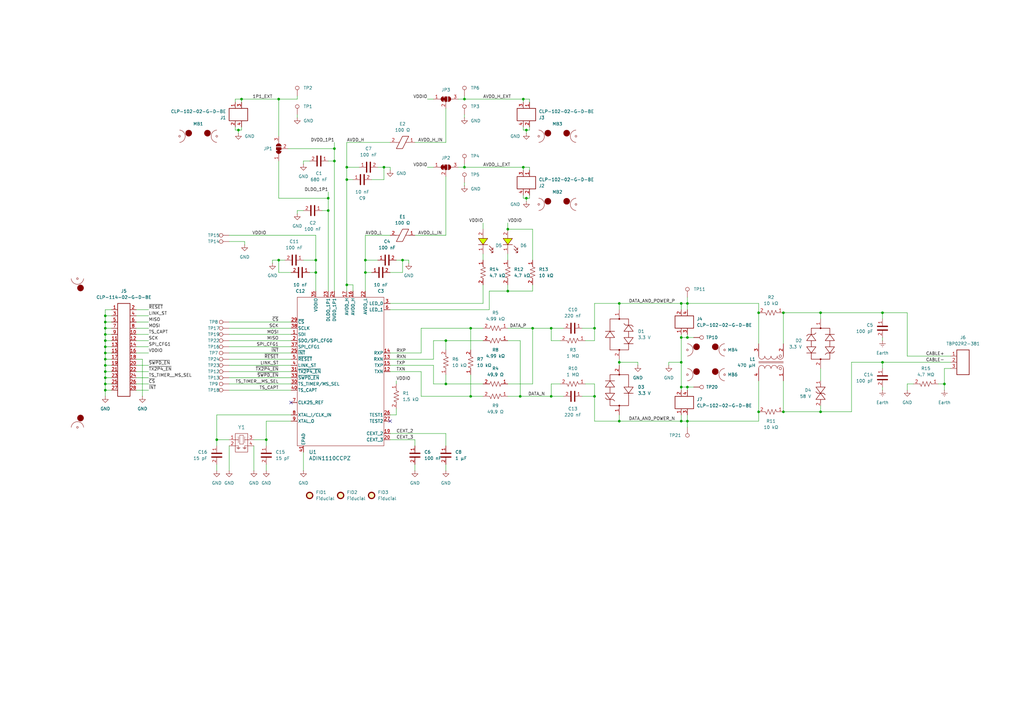
<source format=kicad_sch>
(kicad_sch (version 20250114) (generator "eeschema") (generator_version "9.0")
  (paper "A3")
  (junction (at 214.63 68.58))
  (junction (at 129.54 106.68))
  (junction (at 336.55 128.27))
  (junction (at 279.4 124.46))
  (junction (at 208.28 119.38))
  (junction (at 361.95 148.59))
  (junction (at 321.31 128.27))
  (junction (at 142.24 68.58))
  (junction (at 336.55 168.91))
  (junction (at 134.62 86.36))
  (junction (at 43.18 137.16))
  (junction (at 182.88 157.48))
  (junction (at 254 124.46))
  (junction (at 279.4 148.59))
  (junction (at 193.04 162.56))
  (junction (at 279.4 158.75))
  (junction (at 193.04 134.62))
  (junction (at 254 172.72))
  (junction (at 214.63 40.64))
  (junction (at 43.18 152.4))
  (junction (at 137.16 60.96))
  (junction (at 311.15 128.27))
  (junction (at 281.94 124.46))
  (junction (at 281.94 138.43))
  (junction (at 149.86 111.76))
  (junction (at 226.06 162.56))
  (junction (at 88.9 180.34))
  (junction (at 99.06 40.64))
  (junction (at 114.3 106.68))
  (junction (at 43.18 132.08))
  (junction (at 43.18 134.62))
  (junction (at 182.88 139.7))
  (junction (at 142.24 73.66))
  (junction (at 157.48 68.58))
  (junction (at 243.84 134.62))
  (junction (at 165.1 106.68))
  (junction (at 190.5 40.64))
  (junction (at 129.54 111.76))
  (junction (at 226.06 134.62))
  (junction (at 208.28 93.98))
  (junction (at 134.62 81.28))
  (junction (at 43.18 139.7))
  (junction (at 279.4 172.72))
  (junction (at 215.9 81.28))
  (junction (at 43.18 160.02))
  (junction (at 142.24 116.84))
  (junction (at 109.22 180.34))
  (junction (at 279.4 138.43))
  (junction (at 361.95 128.27))
  (junction (at 43.18 149.86))
  (junction (at 43.18 144.78))
  (junction (at 321.31 168.91))
  (junction (at 254 148.59))
  (junction (at 43.18 157.48))
  (junction (at 281.94 158.75))
  (junction (at 43.18 154.94))
  (junction (at 311.15 168.91))
  (junction (at 243.84 162.56))
  (junction (at 97.79 53.34))
  (junction (at 43.18 129.54))
  (junction (at 149.86 106.68))
  (junction (at 43.18 147.32))
  (junction (at 190.5 68.58))
  (junction (at 215.9 53.34))
  (junction (at 218.44 134.62))
  (junction (at 114.3 40.64))
  (junction (at 43.18 142.24))
  (junction (at 137.16 66.04))
  (junction (at 387.35 157.48))
  (junction (at 281.94 172.72))
  (junction (at 213.36 162.56))
  (no_connect (at 119.38 165.1))
  (no_connect (at 160.02 172.72))
  (wire (pts (xy 55.88 134.62) (xy 60.96 134.62)))
  (wire (pts (xy 43.18 152.4) (xy 43.18 154.94)))
  (wire (pts (xy 114.3 81.28) (xy 134.62 81.28)))
  (wire (pts (xy 279.4 138.43) (xy 279.4 148.59)))
  (wire (pts (xy 114.3 66.04) (xy 114.3 81.28)))
  (wire (pts (xy 217.17 68.58) (xy 214.63 68.58)))
  (wire (pts (xy 109.22 172.72) (xy 109.22 180.34)))
  (wire (pts (xy 217.17 80.01) (xy 217.17 81.28)))
  (wire (pts (xy 254 124.46) (xy 254 127)))
  (wire (pts (xy 361.95 158.75) (xy 361.95 160.02)))
  (wire (pts (xy 43.18 129.54) (xy 43.18 132.08)))
  (wire (pts (xy 93.98 193.04) (xy 93.98 182.88)))
  (wire (pts (xy 200.66 119.38) (xy 200.66 127)))
  (wire (pts (xy 93.98 152.4) (xy 119.38 152.4)))
  (wire (pts (xy 160.02 124.46) (xy 198.12 124.46)))
  (wire (pts (xy 43.18 147.32) (xy 43.18 149.86)))
  (wire (pts (xy 55.88 152.4) (xy 60.96 152.4)))
  (wire (pts (xy 193.04 162.56) (xy 172.72 162.56)))
  (wire (pts (xy 104.14 193.04) (xy 104.14 182.88)))
  (wire (pts (xy 361.95 151.13) (xy 361.95 148.59)))
  (wire (pts (xy 45.72 147.32) (xy 43.18 147.32)))
  (wire (pts (xy 121.92 86.36) (xy 121.92 87.63)))
  (wire (pts (xy 281.94 172.72) (xy 281.94 170.18)))
  (wire (pts (xy 217.17 53.34) (xy 215.9 53.34)))
  (wire (pts (xy 243.84 124.46) (xy 243.84 134.62)))
  (wire (pts (xy 45.72 142.24) (xy 43.18 142.24)))
  (wire (pts (xy 240.03 157.48) (xy 243.84 157.48)))
  (wire (pts (xy 45.72 149.86) (xy 43.18 149.86)))
  (wire (pts (xy 190.5 48.26) (xy 190.5 46.99)))
  (wire (pts (xy 43.18 132.08) (xy 43.18 134.62)))
  (wire (pts (xy 336.55 166.37) (xy 336.55 168.91)))
  (wire (pts (xy 279.4 148.59) (xy 279.4 158.75)))
  (wire (pts (xy 190.5 39.37) (xy 190.5 40.64)))
  (wire (pts (xy 261.62 148.59) (xy 254 148.59)))
  (wire (pts (xy 243.84 157.48) (xy 243.84 162.56)))
  (wire (pts (xy 172.72 144.78) (xy 172.72 134.62)))
  (wire (pts (xy 93.98 134.62) (xy 119.38 134.62)))
  (wire (pts (xy 88.9 170.18) (xy 119.38 170.18)))
  (wire (pts (xy 124.46 106.68) (xy 129.54 106.68)))
  (wire (pts (xy 182.88 190.5) (xy 182.88 193.04)))
  (wire (pts (xy 45.72 154.94) (xy 43.18 154.94)))
  (wire (pts (xy 279.4 158.75) (xy 281.94 158.75)))
  (wire (pts (xy 336.55 128.27) (xy 336.55 130.81)))
  (wire (pts (xy 182.88 177.8) (xy 182.88 182.88)))
  (wire (pts (xy 157.48 68.58) (xy 160.02 68.58)))
  (wire (pts (xy 389.89 146.05) (xy 372.11 146.05)))
  (wire (pts (xy 190.5 67.31) (xy 190.5 68.58)))
  (wire (pts (xy 144.78 116.84) (xy 144.78 119.38)))
  (wire (pts (xy 213.36 162.56) (xy 226.06 162.56)))
  (wire (pts (xy 226.06 162.56) (xy 231.14 162.56)))
  (wire (pts (xy 100.33 99.06) (xy 93.98 99.06)))
  (wire (pts (xy 93.98 157.48) (xy 119.38 157.48)))
  (wire (pts (xy 182.88 153.67) (xy 182.88 157.48)))
  (wire (pts (xy 217.17 41.91) (xy 217.17 40.64)))
  (wire (pts (xy 114.3 40.64) (xy 99.06 40.64)))
  (wire (pts (xy 147.32 68.58) (xy 142.24 68.58)))
  (wire (pts (xy 281.94 127) (xy 281.94 124.46)))
  (wire (pts (xy 93.98 139.7) (xy 119.38 139.7)))
  (wire (pts (xy 118.11 60.96) (xy 137.16 60.96)))
  (wire (pts (xy 154.94 106.68) (xy 149.86 106.68)))
  (wire (pts (xy 93.98 149.86) (xy 119.38 149.86)))
  (wire (pts (xy 55.88 160.02) (xy 60.96 160.02)))
  (wire (pts (xy 213.36 139.7) (xy 213.36 162.56)))
  (wire (pts (xy 43.18 157.48) (xy 43.18 160.02)))
  (wire (pts (xy 182.88 139.7) (xy 182.88 143.51)))
  (wire (pts (xy 226.06 134.62) (xy 231.14 134.62)))
  (wire (pts (xy 214.63 52.07) (xy 214.63 53.34)))
  (wire (pts (xy 279.4 172.72) (xy 281.94 172.72)))
  (wire (pts (xy 214.63 80.01) (xy 214.63 81.28)))
  (wire (pts (xy 109.22 180.34) (xy 109.22 182.88)))
  (wire (pts (xy 218.44 93.98) (xy 208.28 93.98)))
  (wire (pts (xy 160.02 111.76) (xy 165.1 111.76)))
  (wire (pts (xy 336.55 151.13) (xy 336.55 156.21)))
  (wire (pts (xy 55.88 147.32) (xy 58.42 147.32)))
  (wire (pts (xy 162.56 157.48) (xy 162.56 156.21)))
  (wire (pts (xy 157.48 73.66) (xy 152.4 73.66)))
  (wire (pts (xy 160.02 147.32) (xy 177.8 147.32)))
  (wire (pts (xy 349.25 168.91) (xy 336.55 168.91)))
  (wire (pts (xy 279.4 138.43) (xy 281.94 138.43)))
  (wire (pts (xy 114.3 111.76) (xy 114.3 106.68)))
  (wire (pts (xy 311.15 124.46) (xy 311.15 128.27)))
  (wire (pts (xy 218.44 116.84) (xy 218.44 119.38)))
  (wire (pts (xy 240.03 139.7) (xy 243.84 139.7)))
  (wire (pts (xy 45.72 152.4) (xy 43.18 152.4)))
  (wire (pts (xy 134.62 78.74) (xy 134.62 81.28)))
  (wire (pts (xy 96.52 53.34) (xy 97.79 53.34)))
  (wire (pts (xy 175.26 40.64) (xy 177.8 40.64)))
  (wire (pts (xy 254 147.32) (xy 254 148.59)))
  (wire (pts (xy 160.02 144.78) (xy 172.72 144.78)))
  (wire (pts (xy 175.26 68.58) (xy 177.8 68.58)))
  (wire (pts (xy 372.11 160.02) (xy 372.11 157.48)))
  (wire (pts (xy 321.31 156.21) (xy 321.31 168.91)))
  (wire (pts (xy 43.18 160.02) (xy 45.72 160.02)))
  (wire (pts (xy 193.04 134.62) (xy 193.04 143.51)))
  (wire (pts (xy 43.18 137.16) (xy 43.18 139.7)))
  (wire (pts (xy 100.33 100.33) (xy 100.33 99.06)))
  (wire (pts (xy 372.11 128.27) (xy 361.95 128.27)))
  (wire (pts (xy 243.84 134.62) (xy 238.76 134.62)))
  (wire (pts (xy 281.94 124.46) (xy 311.15 124.46)))
  (wire (pts (xy 182.88 157.48) (xy 177.8 157.48)))
  (wire (pts (xy 218.44 134.62) (xy 218.44 157.48)))
  (wire (pts (xy 88.9 170.18) (xy 88.9 180.34)))
  (wire (pts (xy 129.54 96.52) (xy 129.54 106.68)))
  (wire (pts (xy 208.28 116.84) (xy 208.28 119.38)))
  (wire (pts (xy 208.28 104.14) (xy 208.28 106.68)))
  (wire (pts (xy 88.9 180.34) (xy 88.9 182.88)))
  (wire (pts (xy 55.88 137.16) (xy 60.96 137.16)))
  (wire (pts (xy 160.02 177.8) (xy 182.88 177.8)))
  (wire (pts (xy 281.94 175.26) (xy 281.94 172.72)))
  (wire (pts (xy 170.18 96.52) (xy 182.88 96.52)))
  (wire (pts (xy 142.24 58.42) (xy 142.24 68.58)))
  (wire (pts (xy 165.1 111.76) (xy 165.1 106.68)))
  (wire (pts (xy 45.72 132.08) (xy 43.18 132.08)))
  (wire (pts (xy 93.98 142.24) (xy 119.38 142.24)))
  (wire (pts (xy 97.79 54.61) (xy 97.79 53.34)))
  (wire (pts (xy 336.55 168.91) (xy 321.31 168.91)))
  (wire (pts (xy 121.92 86.36) (xy 124.46 86.36)))
  (wire (pts (xy 208.28 157.48) (xy 218.44 157.48)))
  (wire (pts (xy 243.84 124.46) (xy 254 124.46)))
  (wire (pts (xy 149.86 106.68) (xy 149.86 111.76)))
  (wire (pts (xy 177.8 157.48) (xy 177.8 149.86)))
  (wire (pts (xy 281.94 158.75) (xy 284.48 158.75)))
  (wire (pts (xy 149.86 111.76) (xy 152.4 111.76)))
  (wire (pts (xy 149.86 96.52) (xy 149.86 106.68)))
  (wire (pts (xy 45.72 127) (xy 43.18 127)))
  (wire (pts (xy 217.17 81.28) (xy 215.9 81.28)))
  (wire (pts (xy 218.44 93.98) (xy 218.44 106.68)))
  (wire (pts (xy 218.44 134.62) (xy 226.06 134.62)))
  (wire (pts (xy 389.89 148.59) (xy 361.95 148.59)))
  (wire (pts (xy 55.88 132.08) (xy 60.96 132.08)))
  (wire (pts (xy 279.4 160.02) (xy 279.4 158.75)))
  (wire (pts (xy 55.88 154.94) (xy 60.96 154.94)))
  (wire (pts (xy 134.62 86.36) (xy 134.62 119.38)))
  (wire (pts (xy 254 170.18) (xy 254 172.72)))
  (wire (pts (xy 208.28 91.44) (xy 208.28 93.98)))
  (wire (pts (xy 99.06 40.64) (xy 99.06 41.91)))
  (wire (pts (xy 124.46 66.04) (xy 127 66.04)))
  (wire (pts (xy 121.92 39.37) (xy 121.92 40.64)))
  (wire (pts (xy 114.3 40.64) (xy 121.92 40.64)))
  (wire (pts (xy 279.4 172.72) (xy 279.4 170.18)))
  (wire (pts (xy 182.88 157.48) (xy 198.12 157.48)))
  (wire (pts (xy 215.9 53.34) (xy 214.63 53.34)))
  (wire (pts (xy 279.4 137.16) (xy 279.4 138.43)))
  (wire (pts (xy 88.9 190.5) (xy 88.9 193.04)))
  (wire (pts (xy 160.02 127) (xy 200.66 127)))
  (wire (pts (xy 321.31 128.27) (xy 336.55 128.27)))
  (wire (pts (xy 137.16 66.04) (xy 137.16 119.38)))
  (wire (pts (xy 311.15 156.21) (xy 311.15 168.91)))
  (wire (pts (xy 109.22 190.5) (xy 109.22 193.04)))
  (wire (pts (xy 214.63 68.58) (xy 214.63 69.85)))
  (wire (pts (xy 172.72 152.4) (xy 160.02 152.4)))
  (wire (pts (xy 167.64 107.95) (xy 167.64 106.68)))
  (wire (pts (xy 43.18 162.56) (xy 43.18 160.02)))
  (wire (pts (xy 243.84 172.72) (xy 254 172.72)))
  (wire (pts (xy 129.54 111.76) (xy 127 111.76)))
  (wire (pts (xy 45.72 137.16) (xy 43.18 137.16)))
  (wire (pts (xy 279.4 124.46) (xy 279.4 127)))
  (wire (pts (xy 361.95 128.27) (xy 361.95 130.81)))
  (wire (pts (xy 55.88 129.54) (xy 60.96 129.54)))
  (wire (pts (xy 132.08 86.36) (xy 134.62 86.36)))
  (wire (pts (xy 162.56 170.18) (xy 160.02 170.18)))
  (wire (pts (xy 281.94 160.02) (xy 281.94 158.75)))
  (wire (pts (xy 96.52 40.64) (xy 99.06 40.64)))
  (wire (pts (xy 160.02 180.34) (xy 170.18 180.34)))
  (wire (pts (xy 190.5 68.58) (xy 214.63 68.58)))
  (wire (pts (xy 172.72 134.62) (xy 193.04 134.62)))
  (wire (pts (xy 387.35 157.48) (xy 384.81 157.48)))
  (wire (pts (xy 109.22 172.72) (xy 119.38 172.72)))
  (wire (pts (xy 281.94 121.92) (xy 281.94 124.46)))
  (wire (pts (xy 261.62 149.86) (xy 261.62 148.59)))
  (wire (pts (xy 137.16 60.96) (xy 137.16 66.04)))
  (wire (pts (xy 124.46 185.42) (xy 124.46 193.04)))
  (wire (pts (xy 226.06 139.7) (xy 229.87 139.7)))
  (wire (pts (xy 43.18 142.24) (xy 43.18 144.78)))
  (wire (pts (xy 254 172.72) (xy 279.4 172.72)))
  (wire (pts (xy 43.18 154.94) (xy 43.18 157.48)))
  (wire (pts (xy 111.76 107.95) (xy 111.76 106.68)))
  (wire (pts (xy 226.06 139.7) (xy 226.06 134.62)))
  (wire (pts (xy 142.24 116.84) (xy 144.78 116.84)))
  (wire (pts (xy 55.88 144.78) (xy 60.96 144.78)))
  (wire (pts (xy 144.78 73.66) (xy 142.24 73.66)))
  (wire (pts (xy 226.06 157.48) (xy 226.06 162.56)))
  (wire (pts (xy 190.5 76.2) (xy 190.5 74.93)))
  (wire (pts (xy 167.64 106.68) (xy 165.1 106.68)))
  (wire (pts (xy 187.96 40.64) (xy 190.5 40.64)))
  (wire (pts (xy 99.06 52.07) (xy 99.06 53.34)))
  (wire (pts (xy 114.3 106.68) (xy 116.84 106.68)))
  (wire (pts (xy 55.88 127) (xy 60.96 127)))
  (wire (pts (xy 182.88 44.45) (xy 182.88 58.42)))
  (wire (pts (xy 96.52 52.07) (xy 96.52 53.34)))
  (wire (pts (xy 93.98 147.32) (xy 119.38 147.32)))
  (wire (pts (xy 387.35 157.48) (xy 387.35 160.02)))
  (wire (pts (xy 349.25 148.59) (xy 349.25 168.91)))
  (wire (pts (xy 361.95 128.27) (xy 336.55 128.27)))
  (wire (pts (xy 208.28 162.56) (xy 213.36 162.56)))
  (wire (pts (xy 142.24 68.58) (xy 142.24 73.66)))
  (wire (pts (xy 217.17 52.07) (xy 217.17 53.34)))
  (wire (pts (xy 372.11 157.48) (xy 374.65 157.48)))
  (wire (pts (xy 217.17 69.85) (xy 217.17 68.58)))
  (wire (pts (xy 93.98 137.16) (xy 119.38 137.16)))
  (wire (pts (xy 214.63 40.64) (xy 214.63 41.91)))
  (wire (pts (xy 281.94 138.43) (xy 284.48 138.43)))
  (wire (pts (xy 311.15 172.72) (xy 311.15 168.91)))
  (wire (pts (xy 190.5 40.64) (xy 214.63 40.64)))
  (wire (pts (xy 243.84 139.7) (xy 243.84 134.62)))
  (wire (pts (xy 170.18 180.34) (xy 170.18 182.88)))
  (wire (pts (xy 208.28 139.7) (xy 213.36 139.7)))
  (wire (pts (xy 93.98 96.52) (xy 129.54 96.52)))
  (wire (pts (xy 387.35 151.13) (xy 389.89 151.13)))
  (wire (pts (xy 93.98 160.02) (xy 119.38 160.02)))
  (wire (pts (xy 160.02 69.85) (xy 160.02 68.58)))
  (wire (pts (xy 114.3 55.88) (xy 114.3 40.64)))
  (wire (pts (xy 43.18 134.62) (xy 43.18 137.16)))
  (wire (pts (xy 142.24 58.42) (xy 160.02 58.42)))
  (wire (pts (xy 55.88 139.7) (xy 60.96 139.7)))
  (wire (pts (xy 43.18 144.78) (xy 43.18 147.32)))
  (wire (pts (xy 361.95 138.43) (xy 361.95 139.7)))
  (wire (pts (xy 96.52 41.91) (xy 96.52 40.64)))
  (wire (pts (xy 134.62 81.28) (xy 134.62 86.36)))
  (wire (pts (xy 198.12 116.84) (xy 198.12 124.46)))
  (wire (pts (xy 124.46 66.04) (xy 124.46 67.31)))
  (wire (pts (xy 182.88 139.7) (xy 198.12 139.7)))
  (wire (pts (xy 361.95 148.59) (xy 349.25 148.59)))
  (wire (pts (xy 387.35 151.13) (xy 387.35 157.48)))
  (wire (pts (xy 193.04 153.67) (xy 193.04 162.56)))
  (wire (pts (xy 170.18 58.42) (xy 182.88 58.42)))
  (wire (pts (xy 55.88 157.48) (xy 60.96 157.48)))
  (wire (pts (xy 279.4 124.46) (xy 281.94 124.46)))
  (wire (pts (xy 45.72 157.48) (xy 43.18 157.48)))
  (wire (pts (xy 111.76 106.68) (xy 114.3 106.68)))
  (wire (pts (xy 254 124.46) (xy 279.4 124.46)))
  (wire (pts (xy 43.18 127) (xy 43.18 129.54)))
  (wire (pts (xy 93.98 180.34) (xy 88.9 180.34)))
  (wire (pts (xy 172.72 162.56) (xy 172.72 152.4)))
  (wire (pts (xy 45.72 129.54) (xy 43.18 129.54)))
  (wire (pts (xy 129.54 119.38) (xy 129.54 111.76)))
  (wire (pts (xy 93.98 154.94) (xy 119.38 154.94)))
  (wire (pts (xy 97.79 53.34) (xy 99.06 53.34)))
  (wire (pts (xy 177.8 149.86) (xy 160.02 149.86)))
  (wire (pts (xy 170.18 190.5) (xy 170.18 193.04)))
  (wire (pts (xy 208.28 134.62) (xy 218.44 134.62)))
  (wire (pts (xy 217.17 40.64) (xy 214.63 40.64)))
  (wire (pts (xy 243.84 162.56) (xy 238.76 162.56)))
  (wire (pts (xy 45.72 134.62) (xy 43.18 134.62)))
  (wire (pts (xy 182.88 72.39) (xy 182.88 96.52)))
  (wire (pts (xy 162.56 167.64) (xy 162.56 170.18)))
  (wire (pts (xy 311.15 128.27) (xy 311.15 140.97)))
  (wire (pts (xy 372.11 128.27) (xy 372.11 146.05)))
  (wire (pts (xy 243.84 172.72) (xy 243.84 162.56)))
  (wire (pts (xy 104.14 180.34) (xy 109.22 180.34)))
  (wire (pts (xy 93.98 144.78) (xy 119.38 144.78)))
  (wire (pts (xy 321.31 128.27) (xy 321.31 140.97)))
  (wire (pts (xy 43.18 149.86) (xy 43.18 152.4)))
  (wire (pts (xy 129.54 106.68) (xy 129.54 111.76)))
  (wire (pts (xy 218.44 119.38) (xy 208.28 119.38)))
  (wire (pts (xy 137.16 66.04) (xy 134.62 66.04)))
  (wire (pts (xy 119.38 111.76) (xy 114.3 111.76)))
  (wire (pts (xy 149.86 119.38) (xy 149.86 111.76)))
  (wire (pts (xy 193.04 162.56) (xy 198.12 162.56)))
  (wire (pts (xy 45.72 144.78) (xy 43.18 144.78)))
  (wire (pts (xy 45.72 139.7) (xy 43.18 139.7)))
  (wire (pts (xy 198.12 104.14) (xy 198.12 106.68)))
  (wire (pts (xy 208.28 119.38) (xy 200.66 119.38)))
  (wire (pts (xy 177.8 139.7) (xy 177.8 147.32)))
  (wire (pts (xy 215.9 81.28) (xy 214.63 81.28)))
  (wire (pts (xy 162.56 106.68) (xy 165.1 106.68)))
  (wire (pts (xy 157.48 68.58) (xy 157.48 73.66)))
  (wire (pts (xy 187.96 68.58) (xy 190.5 68.58)))
  (wire (pts (xy 55.88 142.24) (xy 60.96 142.24)))
  (wire (pts (xy 154.94 68.58) (xy 157.48 68.58)))
  (wire (pts (xy 142.24 119.38) (xy 142.24 116.84)))
  (wire (pts (xy 193.04 134.62) (xy 198.12 134.62)))
  (wire (pts (xy 43.18 139.7) (xy 43.18 142.24)))
  (wire (pts (xy 198.12 91.44) (xy 198.12 93.98)))
  (wire (pts (xy 137.16 58.42) (xy 137.16 60.96)))
  (wire (pts (xy 226.06 157.48) (xy 229.87 157.48)))
  (wire (pts (xy 274.32 148.59) (xy 274.32 149.86)))
  (wire (pts (xy 58.42 147.32) (xy 58.42 162.56)))
  (wire (pts (xy 142.24 73.66) (xy 142.24 116.84)))
  (wire (pts (xy 182.88 139.7) (xy 177.8 139.7)))
  (wire (pts (xy 279.4 148.59) (xy 274.32 148.59)))
  (wire (pts (xy 281.94 172.72) (xy 311.15 172.72)))
  (wire (pts (xy 215.9 82.55) (xy 215.9 81.28)))
  (wire (pts (xy 55.88 149.86) (xy 60.96 149.86)))
  (wire (pts (xy 281.94 137.16) (xy 281.94 138.43)))
  (wire (pts (xy 121.92 48.26) (xy 121.92 46.99)))
  (wire (pts (xy 149.86 96.52) (xy 160.02 96.52)))
  (wire (pts (xy 215.9 54.61) (xy 215.9 53.34)))
  (wire (pts (xy 93.98 132.08) (xy 119.38 132.08)))
  (wire (pts (xy 254 148.59) (xy 254 149.86)))
  (label "DATA_P" (at 215.9 134.62 180))
  (label "CEXT_2" (at 162.56 177.8 0))
  (label "TS_TIMER__MS_SEL" (at 114.3 157.48 180))
  (label "1P1_EXT" (at 111.76 40.64 180))
  (label "MISO" (at 60.96 132.08 0))
  (label "~{CS}" (at 60.96 157.48 0))
  (label "SPI_CFG1" (at 114.3 142.24 180))
  (label "SPI_CFG1" (at 60.96 142.24 0))
  (label "~{INT}" (at 114.3 144.78 180))
  (label "TXP" (at 162.56 149.86 0))
  (label "LINK_ST" (at 114.3 149.86 180))
  (label "MOSI" (at 114.3 137.16 180))
  (label "VDDIO" (at 175.26 40.64 180))
  (label "MISO" (at 114.3 139.7 180))
  (label "~{RESET}" (at 60.96 127 0))
  (label "VDDIO" (at 162.56 156.21 0))
  (label "~{CS}" (at 114.3 132.08 180))
  (label "CABLE+" (at 387.35 146.05 180))
  (label "VDDIO" (at 60.96 144.78 0))
  (label "VDDIO" (at 198.12 91.44 180))
  (label "DVDD_1P1" (at 137.16 58.42 180))
  (label "~{INT}" (at 60.96 160.02 0))
  (label "~{TX2P4_EN}" (at 114.3 152.4 180))
  (label "CABLE-" (at 387.35 148.59 180))
  (label "~{RESET}" (at 114.3 147.32 180))
  (label "MOSI" (at 60.96 134.62 0))
  (label "AVDD_L" (at 149.86 96.52 0))
  (label "SCK" (at 114.3 134.62 180))
  (label "VDDIO" (at 175.26 68.58 180))
  (label "AVDD_H" (at 142.24 58.42 0))
  (label "AVDD_L_IN" (at 171.45 96.52 0))
  (label "RXP" (at 162.56 144.78 0))
  (label "DATA_AND_POWER_N" (at 276.86 172.72 180))
  (label "~{SWPD_EN}" (at 60.96 149.86 0))
  (label "TS_CAPT" (at 114.3 160.02 180))
  (label "AVDD_H_EXT" (at 198.12 40.64 0))
  (label "~{SWPD_EN}" (at 114.3 154.94 180))
  (label "DATA_AND_POWER_P" (at 276.86 124.46 180))
  (label "AVDD_H_IN" (at 171.45 58.42 0))
  (label "TXN" (at 162.56 152.4 0))
  (label "VDDIO" (at 208.28 91.44 0))
  (label "CEXT_3" (at 162.56 180.34 0))
  (label "AVDD_L_EXT" (at 198.12 68.58 0))
  (label "LINK_ST" (at 60.96 129.54 0))
  (label "DATA_N" (at 223.52 162.56 180))
  (label "TS_CAPT" (at 60.96 137.16 0))
  (label "VDDIO" (at 109.22 96.52 180))
  (label "DLDO_1P1" (at 134.62 78.74 180))
  (label "~{TX2P4_EN}" (at 60.96 152.4 0))
  (label "TS_TIMER__MS_SEL" (at 60.96 154.94 0))
  (label "RXN" (at 162.56 147.32 0))
  (label "SCK" (at 60.96 139.7 0))
  (symbol (lib_id "UNITED_TEST_POINTS:TestPoint_Castelated") (at 93.98 147.32 90) (unit 1)
    (property "Reference" "TP24" (at 87.63 147.32 90))
    (property "Value" "TestPoint" (effects (hide yes)))
    (property "Footprint" "test_point_footprints:TestPoint_THTPad_Castelated" (effects (hide yes)))
    (property "Description" "test point" (effects (hide yes)))
  )
  (symbol (lib_id "UNITED_CAPACITORS_DATA_BASE:C_C1005X7S2A103K050BB") (at 123.19 111.76 180) (unit 1)
    (property "Reference" "C12" (at 123.19 119.38 0))
    (property "Value" "10 nF" (at 123.19 116.84 0))
    (property "Footprint" "capacitor_footprints:C_0402_1005Metric" (effects (hide yes)))
    (property "Datasheet" "https://product.tdk.com/en/search/capacitor/ceramic/mlcc/info?part_no=C1005X7S2A103K050BB" (effects (hide yes)))
    (property "Description" "CAP SMD 10 nF X7S 10% 0402 100V" (effects (hide yes)))
    (property "MPN" "C1005X7S2A103K050BB" (effects (hide yes)))
    (property "Voltage Rating DC" "100 VDC " (effects (hide yes)))
    (property "Tolerance" "10%" (effects (hide yes)))
    (property "Symbol Name" "C_C1005X7S2A103K050BB" (effects (hide yes)))
    (property "Manufacturer" "TDK" (effects (hide yes)))
    (property "Case Code - in" "0402" (effects (hide yes)))
    (property "Case Code - mm" "1005" (effects (hide yes)))
    (property "Dielectric" "X7S" (effects (hide yes)))
    (property "Series" "C1005X7S2A" (effects (hide yes)))
    (property "Trustedparts Search" "https://www.trustedparts.com/en/search/C1005X7S2A103K050BB" (effects (hide yes)))
    (property "Voltage Rating" "100V" (effects (hide yes)))
    (property "3dviewer Link" "https://3dviewer.net/index.html#model=https://github.com/ionutms/KiCAD_Symbols_Generator/blob/main/3D_models/C_0402.step" (effects (hide yes)))
    (property "Capacitor Type" "Ceramic" (effects (hide yes)))
  )
  (symbol (lib_id "power:GND") (at 58.42 162.56 0) (unit 1)
    (property "Reference" "#PWR017" (effects (hide yes)))
    (property "Value" "GND" (at 58.42 167.64 0))
    (property "Description" "Power symbol creates a global label with name \"GND\" , ground" (effects (hide yes)))
  )
  (symbol (lib_id "UNITED_RESISTORS_DATA_BASE:R_ERJ-3EKF1002V") (at 182.88 148.59 90) (unit 1)
    (property "Reference" "R6" (at 185.42 147.3199 90) (effects (justify right)))
    (property "Value" "10 kΩ" (at 185.42 149.8599 90) (effects (justify right)))
    (property "Footprint" "resistor_footprints:R_0603_1608Metric" (effects (hide yes)))
    (property "Datasheet" "https://industrial.panasonic.com/cdbs/www-data/pdf/RDA0000/AOA0000C304.pdf" (effects (hide yes)))
    (property "Description" "RES SMD 10 kΩ 1% 0603 75V" (effects (hide yes)))
    (property "MPN" "ERJ-3EKF1002V" (effects (hide yes)))
    (property "Voltage Rating" "75V" (effects (hide yes)))
    (property "Manufacturer" "Panasonic" (effects (hide yes)))
    (property "Tolerance" "1%" (effects (hide yes)))
    (property "Symbol Name" "R_ERJ-3EKF1002V" (effects (hide yes)))
    (property "Case Code - in" "0603" (effects (hide yes)))
    (property "Case Code - mm" "1608" (effects (hide yes)))
    (property "Series" "ERJ-3EKF" (effects (hide yes)))
    (property "Temperature Coefficient" "100 ppm/°C" (effects (hide yes)))
    (property "Trustedparts Search" "https://www.trustedparts.com/en/search/ERJ-3EKF1002V" (effects (hide yes)))
    (property "3dviewer Link" "https://3dviewer.net/index.html#model=https://github.com/ionutms/KiCAD_Symbols_Generator/blob/main/3D_models/R_0603.step" (effects (hide yes)))
    (property "Component Type" "Resistor" (effects (hide yes)))
  )
  (symbol (lib_id "UNITED_NO_COMPONENTS_DATA_BASE:Fiducial") (at 152.4 203.2 0) (unit 1)
    (property "Reference" "FID3" (at 154.94 201.9299 0) (effects (justify left)))
    (property "Value" "Fiducial" (at 154.94 204.4699 0) (effects (justify left)))
    (property "Footprint" "no_components_footprints:Fiducial_0.5mm_Mask1mm" (effects (hide yes)))
    (property "Description" "Fiducial Marker" (effects (hide yes)))
  )
  (symbol (lib_id "UNITED_TEST_POINTS:TestPoint_Castelated") (at 281.94 175.26 0) (mirror x) (unit 1)
    (property "Reference" "TP21" (at 279.4 178.5619 0) (effects (justify right)))
    (property "Value" "TestPoint" (effects (hide yes)))
    (property "Footprint" "test_point_footprints:TestPoint_THTPad_Castelated" (effects (hide yes)))
    (property "Description" "test point" (effects (hide yes)))
  )
  (symbol (lib_id "UNITED_IC_ADI:U_ADIN1110CCPZ") (at 139.7 152.4 0) (unit 1)
    (property "Reference" "U1" (at 126.6541 185.42 0) (effects (font (size 1.524 1.524)) (justify left)))
    (property "Value" "ADIN1110CCPZ" (at 126.6541 187.96 0) (effects (font (size 1.524 1.524)) (justify left)))
    (property "Footprint" "analog_devices_footprints:CP-40-29_ADI" (effects (hide yes)))
    (property "Datasheet" "https://www.analog.com/media/en/technical-documentation/data-sheets/adin1110.pdf" (effects (hide yes)))
    (property "Description" "Robust, Industrial, Low Power 10BASE-T1L Ethernet MAC-PHY" (effects (hide yes)))
    (property "MPN" "ADIN1110CCPZ" (effects (hide yes)))
  )
  (symbol (lib_id "UNITED_TEST_POINTS:TestPoint_Castelated") (at 284.48 138.43 270) (unit 1)
    (property "Reference" "TP10" (at 289.56 138.4299 90) (effects (justify left)))
    (property "Value" "TestPoint" (effects (hide yes)))
    (property "Footprint" "test_point_footprints:TestPoint_THTPad_Castelated" (effects (hide yes)))
    (property "Description" "test point" (effects (hide yes)))
  )
  (symbol (lib_id "UNITED_CAPACITORS_DATA_BASE:C_GCM1555C1H150FA16D") (at 88.9 186.69 90) (mirror x) (unit 1)
    (property "Reference" "C16" (at 85.09 185.4199 90) (effects (justify left)))
    (property "Value" "15 pF" (at 85.09 187.9599 90) (effects (justify left)))
    (property "Footprint" "capacitor_footprints:C_0402_1005Metric" (effects (hide yes)))
    (property "Datasheet" "https://search.murata.co.jp/Ceramy/image/img/A01X/G101/ENG/GCM1555C1H150FA16-01.pdf" (effects (hide yes)))
    (property "Description" "CAP SMD 15 pF C0G (NP0) 1% 0402 50V" (effects (hide yes)))
    (property "MPN" "GCM1555C1H150FA16D" (effects (hide yes)))
    (property "Voltage Rating DC" "50 VDC " (effects (hide yes)))
    (property "Tolerance" "1%" (effects (hide yes)))
    (property "Symbol Name" "C_GCM1555C1H150FA16D" (effects (hide yes)))
    (property "Manufacturer" "Murata Electronics" (effects (hide yes)))
    (property "Case Code - in" "0402" (effects (hide yes)))
    (property "Case Code - mm" "1005" (effects (hide yes)))
    (property "Dielectric" "C0G (NP0)" (effects (hide yes)))
    (property "Series" "GCM1555C1H" (effects (hide yes)))
    (property "Trustedparts Search" "https://www.trustedparts.com/en/search/GCM1555C1H150FA16D" (effects (hide yes)))
    (property "Voltage Rating" "50V" (effects (hide yes)))
    (property "3dviewer Link" "https://3dviewer.net/index.html#model=https://github.com/ionutms/KiCAD_Symbols_Generator/blob/main/3D_models/C_0402.step" (effects (hide yes)))
    (property "Capacitor Type" "Ceramic" (effects (hide yes)))
  )
  (symbol (lib_id "UNITED_DIODES_DATA_BASE:D_SP4020-01FTG") (at 254 137.16 270) (mirror x) (unit 1)
    (property "Reference" "D1" (at 261.62 135.8899 90) (effects (justify left)))
    (property "Value" "3.3 V" (at 261.62 138.4299 90) (effects (justify left)))
    (property "Footprint" "diode_footprints:SOD323" (effects (hide yes)))
    (property "Datasheet" "https://www.littelfuse.com/assetdocs/tvs-diode-array-sp4020-datasheet?assetguid=b6e2c598-7d86-4fa2-a063-fb053ce07713" (effects (hide yes)))
    (property "Description" "Unidirectional TVS SMD 3.3 V" (effects (hide yes)))
    (property "Diode Type" "Unidirectional TVS" (effects (hide yes)))
    (property "MPN" "SP4020-01FTG" (effects (hide yes)))
    (property "Manufacturer" "Littelfuse" (effects (hide yes)))
    (property "Maximum DC Current (A)" "0.0" (effects (hide yes)))
    (property "Series" "SP4020-01FTG" (effects (hide yes)))
    (property "Symbol Name" "D_SP4020-01FTG" (effects (hide yes)))
    (property "Trustedparts Search" "https://www.trustedparts.com/en/search/SP4020-01FTG" (effects (hide yes)))
  )
  (symbol (lib_id "UNITED_CAPACITORS_DATA_BASE:C_GCM155R71H104KE02D") (at 128.27 86.36 0) (mirror y) (unit 1)
    (property "Reference" "C2" (at 128.27 91.44 0))
    (property "Value" "100 nF" (at 128.27 93.98 0))
    (property "Footprint" "capacitor_footprints:C_0402_1005Metric" (effects (hide yes)))
    (property "Datasheet" "https://search.murata.co.jp/Ceramy/image/img/A01X/G101/ENG/GCM155R71H104KE02-01.pdf" (effects (hide yes)))
    (property "Description" "CAP SMD 100 nF X7R 10% 0402 50V" (effects (hide yes)))
    (property "MPN" "GCM155R71H104KE02D" (effects (hide yes)))
    (property "Voltage Rating DC" "50 VDC " (effects (hide yes)))
    (property "Tolerance" "10%" (effects (hide yes)))
    (property "Symbol Name" "C_GCM155R71H104KE02D" (effects (hide yes)))
    (property "Manufacturer" "Murata Electronics" (effects (hide yes)))
    (property "Case Code - in" "0402" (effects (hide yes)))
    (property "Case Code - mm" "1005" (effects (hide yes)))
    (property "Dielectric" "X7R" (effects (hide yes)))
    (property "Series" "GCM155R71H" (effects (hide yes)))
    (property "Trustedparts Search" "https://www.trustedparts.com/en/search/GCM155R71H104KE02D" (effects (hide yes)))
    (property "Voltage Rating" "50V" (effects (hide yes)))
    (property "3dviewer Link" "https://3dviewer.net/index.html#model=https://github.com/ionutms/KiCAD_Symbols_Generator/blob/main/3D_models/C_0402.step" (effects (hide yes)))
    (property "Capacitor Type" "Ceramic" (effects (hide yes)))
  )
  (symbol (lib_id "UNITED_RESISTORS_DATA_BASE:R_ERJ-3EKF1002V") (at 193.04 148.59 90) (unit 1)
    (property "Reference" "R7" (at 195.58 147.3199 90) (effects (justify right)))
    (property "Value" "10 kΩ" (at 195.58 149.8599 90) (effects (justify right)))
    (property "Footprint" "resistor_footprints:R_0603_1608Metric" (effects (hide yes)))
    (property "Datasheet" "https://industrial.panasonic.com/cdbs/www-data/pdf/RDA0000/AOA0000C304.pdf" (effects (hide yes)))
    (property "Description" "RES SMD 10 kΩ 1% 0603 75V" (effects (hide yes)))
    (property "MPN" "ERJ-3EKF1002V" (effects (hide yes)))
    (property "Voltage Rating" "75V" (effects (hide yes)))
    (property "Manufacturer" "Panasonic" (effects (hide yes)))
    (property "Tolerance" "1%" (effects (hide yes)))
    (property "Symbol Name" "R_ERJ-3EKF1002V" (effects (hide yes)))
    (property "Case Code - in" "0603" (effects (hide yes)))
    (property "Case Code - mm" "1608" (effects (hide yes)))
    (property "Series" "ERJ-3EKF" (effects (hide yes)))
    (property "Temperature Coefficient" "100 ppm/°C" (effects (hide yes)))
    (property "Trustedparts Search" "https://www.trustedparts.com/en/search/ERJ-3EKF1002V" (effects (hide yes)))
    (property "3dviewer Link" "https://3dviewer.net/index.html#model=https://github.com/ionutms/KiCAD_Symbols_Generator/blob/main/3D_models/R_0603.step" (effects (hide yes)))
    (property "Component Type" "Resistor" (effects (hide yes)))
  )
  (symbol (lib_id "power:GND") (at 261.62 149.86 0) (unit 1)
    (property "Reference" "#PWR013" (effects (hide yes)))
    (property "Value" "GND" (at 261.62 154.94 0))
    (property "Description" "Power symbol creates a global label with name \"GND\" , ground" (effects (hide yes)))
  )
  (symbol (lib_id "UNITED_RESISTORS_DATA_BASE:R_CHV2010-JW-475ELF") (at 379.73 157.48 0) (mirror y) (unit 1)
    (property "Reference" "R15" (at 379.73 151.13 0))
    (property "Value" "4.7 MΩ" (at 379.73 153.67 0))
    (property "Footprint" "resistor_footprints:R_2010_5025Metric" (effects (hide yes)))
    (property "Datasheet" "https://www.murata.com/products/productdetail?partno=" (effects (hide yes)))
    (property "Description" "RES SMD 4.7 MΩ 1% 2010 2kV" (effects (hide yes)))
    (property "3dviewer Link" "https://3dviewer.net/index.html#model=https://github.com/ionutms/KiCAD_Symbols_Generator/blob/main/3D_models/R_2010.step" (effects (hide yes)))
    (property "Case Code - in" "2010" (effects (hide yes)))
    (property "Case Code - mm" "5025" (effects (hide yes)))
    (property "Component Type" "Resistor" (effects (hide yes)))
    (property "MPN" "CHV2010-JW-475ELF" (effects (hide yes)))
    (property "Manufacturer" "Bourns" (effects (hide yes)))
    (property "Series" "CHV2010-JW-" (effects (hide yes)))
    (property "Symbol Name" "R_CHV2010-JW-475ELF" (effects (hide yes)))
    (property "Temperature Coefficient" "200 ppm/°C" (effects (hide yes)))
    (property "Tolerance" "1%" (effects (hide yes)))
    (property "Trustedparts Search" "https://www.trustedparts.com/en/search/CHV2010-JW-475ELF" (effects (hide yes)))
    (property "Voltage Rating" "2kV" (effects (hide yes)))
  )
  (symbol (lib_id "UNITED_RESISTORS_DATA_BASE:R_ERJ-3EKF1002V") (at 316.23 128.27 0) (mirror y) (unit 1)
    (property "Reference" "R2" (at 316.23 121.92 0))
    (property "Value" "10 kΩ" (at 316.23 124.46 0))
    (property "Footprint" "resistor_footprints:R_0603_1608Metric" (effects (hide yes)))
    (property "Datasheet" "https://industrial.panasonic.com/cdbs/www-data/pdf/RDA0000/AOA0000C304.pdf" (effects (hide yes)))
    (property "Description" "RES SMD 10 kΩ 1% 0603 75V" (effects (hide yes)))
    (property "3dviewer Link" "https://3dviewer.net/index.html#model=https://github.com/ionutms/KiCAD_Symbols_Generator/blob/main/3D_models/R_0603.step" (effects (hide yes)))
    (property "Case Code - in" "0603" (effects (hide yes)))
    (property "Case Code - mm" "1608" (effects (hide yes)))
    (property "Component Type" "Resistor" (effects (hide yes)))
    (property "MPN" "ERJ-3EKF1002V" (effects (hide yes)))
    (property "Manufacturer" "Panasonic" (effects (hide yes)))
    (property "Series" "ERJ-3EKF" (effects (hide yes)))
    (property "Symbol Name" "R_ERJ-3EKF1002V" (effects (hide yes)))
    (property "Temperature Coefficient" "100 ppm/°C" (effects (hide yes)))
    (property "Tolerance" "1%" (effects (hide yes)))
    (property "Trustedparts Search" "https://www.trustedparts.com/en/search/ERJ-3EKF1002V" (effects (hide yes)))
    (property "Voltage Rating" "75V" (effects (hide yes)))
  )
  (symbol (lib_id "UNITED_CONNECTORS_DATA_BASE:J_CLP-102-02-G-D-BE") (at 215.9 46.99 270) (unit 1)
    (property "Reference" "J3" (at 220.98 48.2601 90) (effects (justify left)))
    (property "Value" "CLP-102-02-G-D-BE" (at 220.98 45.7201 90) (effects (justify left)))
    (property "Footprint" "connector_footprints:CLP-102-02-G-D-BE" (effects (hide yes)))
    (property "Datasheet" "https://suddendocs.samtec.com/catalog_english/clp_sm.pdf?_gl=1*1y4jlr9*_gcl_au*MTM0MTYyNTQ5MS4xNzM2MDk5MTUz*_ga*MTYxNDYyMTQ0Mi4xNzM2MDk5MTUz*_ga_3KFNZC07WW*MTczNjY4MDQ4OS4xNS4xLjE3MzY2ODEzNzcuNjAuMC4w" (effects (hide yes)))
    (property "Description" "Samtec CLP-1xx-02-G-D-BE series,  2 positions connector,  1.27 mm pitch,  Black,  Vertical mounting,  5.2 A,  300 V,  Surface Mount,  Tin plated" (effects (hide yes)))
    (property "Color" "Black" (effects (hide yes)))
    (property "Contact Plating" "Tin" (effects (hide yes)))
    (property "Current Rating (A)" "5.2" (effects (hide yes)))
    (property "MPN" "CLP-102-02-G-D-BE" (effects (hide yes)))
    (property "Manufacturer" "Samtec" (effects (hide yes)))
    (property "Mounting Angle" "Vertical" (effects (hide yes)))
    (property "Mounting Style" "Surface Mount" (effects (hide yes)))
    (property "Number of Rows" "2" (effects (hide yes)))
    (property "Pin Count" "2" (effects (hide yes)))
    (property "Pitch (mm)" "1.27" (effects (hide yes)))
    (property "Series" "CLP-1xx-02-G-D-BE" (effects (hide yes)))
    (property "Symbol Name" "J_CLP-102-02-G-D-BE" (effects (hide yes)))
    (property "Trustedparts Search" "https://www.trustedparts.com/en/search/CLP-102-02-G-D-BE" (effects (hide yes)))
    (property "Voltage Rating (V)" "300" (effects (hide yes)))
  )
  (symbol (lib_id "UNITED_TEST_POINTS:TestPoint_Castelated") (at 93.98 139.7 90) (unit 1)
    (property "Reference" "TP22" (at 87.63 139.7 90))
    (property "Value" "TestPoint" (effects (hide yes)))
    (property "Footprint" "test_point_footprints:TestPoint_THTPad_Castelated" (effects (hide yes)))
    (property "Description" "test point" (effects (hide yes)))
  )
  (symbol (lib_id "UNITED_DIODES_DATA_BASE:D_SMBJ58CA") (at 336.55 161.29 270) (mirror x) (unit 1)
    (property "Reference" "D4" (at 332.74 160.0199 90) (effects (justify right)))
    (property "Value" "58 V" (at 332.74 162.5599 90) (effects (justify right)))
    (property "Footprint" "diode_footprints:DO-214AA" (effects (hide yes)))
    (property "Datasheet" "https://www.littelfuse.com/assetdocs/tvs-diodes-smbj-series-datasheet?assetguid=09a6ae9a-73cb-4ac4-acac-e6dab92ab953" (effects (hide yes)))
    (property "Description" "Bidirectional TVS SMD 58 V" (effects (hide yes)))
    (property "Diode Type" "Bidirectional TVS" (effects (hide yes)))
    (property "MPN" "SMBJ58CA" (effects (hide yes)))
    (property "Manufacturer" "Littelfuse" (effects (hide yes)))
    (property "Maximum DC Current (A)" "0.0" (effects (hide yes)))
    (property "Series" "SMBJ" (effects (hide yes)))
    (property "Symbol Name" "D_SMBJ58CA" (effects (hide yes)))
    (property "Trustedparts Search" "https://www.trustedparts.com/en/search/SMBJ58CA" (effects (hide yes)))
  )
  (symbol (lib_id "UNITED_MOUSE_BITES_DATA_BASE:mouse-bite-midle-50mil-200mil") (at 228.6 55.88 0) (mirror x) (unit 1)
    (property "Reference" "MB3" (at 228.5981 50.8 0))
    (property "Value" "mouse-bite-midle-50mil-200mil" (effects (hide yes)))
    (property "Footprint" "mouse_bite_footprints:mouse-bite-midle-50mil-200mil" (effects (hide yes)))
  )
  (symbol (lib_id "UNITED_CAPACITORS_DATA_BASE:C_GCM155C71A684KE38D") (at 130.81 66.04 180) (unit 1)
    (property "Reference" "C1" (at 130.81 71.12 0))
    (property "Value" "680 nF" (at 130.81 73.66 0))
    (property "Footprint" "capacitor_footprints:C_0402_1005Metric" (effects (hide yes)))
    (property "Datasheet" "https://search.murata.co.jp/Ceramy/image/img/A01X/G101/ENG/GCM155C71A684KE38-01.pdf" (effects (hide yes)))
    (property "Description" "CAP SMD 680 nF X7S 10% 0402 10V" (effects (hide yes)))
    (property "MPN" "GCM155C71A684KE38D" (effects (hide yes)))
    (property "Voltage Rating DC" "10 VDC" (effects (hide yes)))
    (property "Case Code - in" "0402" (effects (hide yes)))
    (property "Case Code - mm" "1005" (effects (hide yes)))
    (property "Dielectric" "X7S" (effects (hide yes)))
    (property "Manufacturer" "Murata Electronics" (effects (hide yes)))
    (property "Series" "GCM155C71A" (effects (hide yes)))
    (property "Symbol Name" "C_GCM155C71A684KE38D" (effects (hide yes)))
    (property "Tolerance" "10%" (effects (hide yes)))
    (property "Trustedparts Search" "https://www.trustedparts.com/en/search/GCM155C71A684KE38D" (effects (hide yes)))
    (property "Voltage Rating" "10V" (effects (hide yes)))
    (property "3dviewer Link" "https://3dviewer.net/index.html#model=https://github.com/ionutms/KiCAD_Symbols_Generator/blob/main/3D_models/C_0402.step" (effects (hide yes)))
    (property "Capacitor Type" "Ceramic" (effects (hide yes)))
  )
  (symbol (lib_id "UNITED_RESISTORS_DATA_BASE:R_ERJ-3EKF1004V") (at 234.95 139.7 0) (mirror y) (unit 1)
    (property "Reference" "R3" (at 234.95 143.51 0))
    (property "Value" "1 MΩ" (at 234.95 146.05 0))
    (property "Footprint" "resistor_footprints:R_0603_1608Metric" (effects (hide yes)))
    (property "Datasheet" "https://industrial.panasonic.com/cdbs/www-data/pdf/RDA0000/AOA0000C304.pdf" (effects (hide yes)))
    (property "Description" "RES SMD 1 MΩ 1% 0603 75V" (effects (hide yes)))
    (property "MPN" "ERJ-3EKF1004V" (effects (hide yes)))
    (property "Voltage Rating" "75V" (effects (hide yes)))
    (property "Manufacturer" "Panasonic" (effects (hide yes)))
    (property "Tolerance" "1%" (effects (hide yes)))
    (property "Symbol Name" "R_ERJ-3EKF1004V" (effects (hide yes)))
    (property "Case Code - in" "0603" (effects (hide yes)))
    (property "Case Code - mm" "1608" (effects (hide yes)))
    (property "Series" "ERJ-3EKF" (effects (hide yes)))
    (property "Temperature Coefficient" "100 ppm/°C" (effects (hide yes)))
    (property "Trustedparts Search" "https://www.trustedparts.com/en/search/ERJ-3EKF1004V" (effects (hide yes)))
    (property "3dviewer Link" "https://3dviewer.net/index.html#model=https://github.com/ionutms/KiCAD_Symbols_Generator/blob/main/3D_models/R_0603.step" (effects (hide yes)))
    (property "Component Type" "Resistor" (effects (hide yes)))
  )
  (symbol (lib_id "UNITED_RESISTORS_DATA_BASE:R_ERJ-2RKF1501X") (at 162.56 162.56 270) (unit 1)
    (property "Reference" "R1" (at 165.1 161.2899 90) (effects (justify left)))
    (property "Value" "1.5 kΩ" (at 165.1 163.8299 90) (effects (justify left)))
    (property "Footprint" "resistor_footprints:R_0402_1005Metric" (effects (hide yes)))
    (property "Datasheet" "https://industrial.panasonic.com/cdbs/www-data/pdf/RDA0000/AOA0000C304.pdf" (effects (hide yes)))
    (property "Description" "RES SMD 1.5 kΩ 1% 0402 50V" (effects (hide yes)))
    (property "MPN" "ERJ-2RKF1501X" (effects (hide yes)))
    (property "Voltage Rating" "50V" (effects (hide yes)))
    (property "Manufacturer" "Panasonic" (effects (hide yes)))
    (property "Tolerance" "1%" (effects (hide yes)))
    (property "Symbol Name" "R_ERJ-2RKF1501X" (effects (hide yes)))
    (property "Case Code - in" "0402" (effects (hide yes)))
    (property "Case Code - mm" "1005" (effects (hide yes)))
    (property "Series" "ERJ-2RKF" (effects (hide yes)))
    (property "Temperature Coefficient" "100 ppm/°C" (effects (hide yes)))
    (property "Trustedparts Search" "https://www.trustedparts.com/en/search/ERJ-2RKF1501X" (effects (hide yes)))
    (property "3dviewer Link" "https://3dviewer.net/index.html#model=https://github.com/ionutms/KiCAD_Symbols_Generator/blob/main/3D_models/R_0402.step" (effects (hide yes)))
    (property "Component Type" "Resistor" (effects (hide yes)))
  )
  (symbol (lib_id "UNITED_INDUCTORS_DATA_BASE:E_742792731") (at 165.1 96.52 180) (unit 1)
    (property "Reference" "E1" (at 165.1 88.9 0))
    (property "Value" "100 Ω" (at 165.1 91.44 0))
    (property "Footprint" "inductor_footprints:742792731" (effects (hide yes)))
    (property "Datasheet" "https://www.we-online.com/components/products/datasheet/742792731.pdf" (effects (hide yes)))
    (property "Description" "Ferrite Bead 100 Ω @ 100 MHz ±25%" (effects (hide yes)))
    (property "MPN" "742792731" (effects (hide yes)))
    (property "Manufacturer" "Wurth Elektronik" (effects (hide yes)))
    (property "Maximum DC Current (A)" "1.2" (effects (hide yes)))
    (property "Maximum DC Resistance (Ω)" "0.090" (effects (hide yes)))
    (property "Series" "742792731" (effects (hide yes)))
    (property "Symbol Name" "E_742792731" (effects (hide yes)))
    (property "Tolerance" "±25%" (effects (hide yes)))
    (property "Trustedparts Search" "https://www.trustedparts.com/en/search/742792731" (effects (hide yes)))
  )
  (symbol (lib_id "power:GND") (at 170.18 193.04 0) (unit 1)
    (property "Reference" "#PWR023" (effects (hide yes)))
    (property "Value" "GND" (at 170.18 198.12 0))
    (property "Description" "Power symbol creates a global label with name \"GND\" , ground" (effects (hide yes)))
  )
  (symbol (lib_id "power:GND") (at 121.92 48.26 0) (mirror y) (unit 1)
    (property "Reference" "#PWR01" (effects (hide yes)))
    (property "Value" "GND" (at 124.46 49.5299 0) (effects (justify right)))
    (property "Description" "Power symbol creates a global label with name \"GND\" , ground" (effects (hide yes)))
  )
  (symbol (lib_id "UNITED_CAPACITORS_DATA_BASE:C_C1812C101JHGACTU") (at 361.95 154.94 90) (mirror x) (unit 1)
    (property "Reference" "C14" (at 358.14 153.6699 90) (effects (justify left)))
    (property "Value" "100 pF" (at 358.14 156.2099 90) (effects (justify left)))
    (property "Footprint" "capacitor_footprints:C_1812_4532Metric" (effects (hide yes)))
    (property "Datasheet" "https://www.kemet.com/en/us/search.html?q=C1812C101JHGACTU" (effects (hide yes)))
    (property "Description" "CAP SMD 100 pF C0G (NP0) 5% 1812 3kV" (effects (hide yes)))
    (property "3dviewer Link" "https://3dviewer.net/index.html#model=https://github.com/ionutms/KiCAD_Symbols_Generator/blob/main/3D_models/C_1812.step" (effects (hide yes)))
    (property "Capacitor Type" "Ceramic" (effects (hide yes)))
    (property "Case Code - in" "1812" (effects (hide yes)))
    (property "Case Code - mm" "4532" (effects (hide yes)))
    (property "Dielectric" "C0G (NP0)" (effects (hide yes)))
    (property "MPN" "C1812C101JHGACTU" (effects (hide yes)))
    (property "Manufacturer" "Kemet" (effects (hide yes)))
    (property "Series" "C1812C" (effects (hide yes)))
    (property "Symbol Name" "C_C1812C101JHGACTU" (effects (hide yes)))
    (property "Tolerance" "5%" (effects (hide yes)))
    (property "Trustedparts Search" "https://www.trustedparts.com/en/search/C1812C101JHGACTU" (effects (hide yes)))
    (property "Voltage Rating" "3kV" (effects (hide yes)))
  )
  (symbol (lib_id "UNITED_TEST_POINTS:TestPoint_Castelated") (at 190.5 39.37 0) (unit 1)
    (property "Reference" "TP6" (at 193.04 36.0679 0) (effects (justify left)))
    (property "Value" "TestPoint" (effects (hide yes)))
    (property "Footprint" "test_point_footprints:TestPoint_THTPad_Castelated" (effects (hide yes)))
    (property "Description" "test point" (effects (hide yes)))
  )
  (symbol (lib_id "UNITED_TEST_POINTS:TestPoint_Castelated") (at 93.98 142.24 90) (unit 1)
    (property "Reference" "TP16" (at 87.63 142.24 90))
    (property "Value" "TestPoint" (effects (hide yes)))
    (property "Footprint" "test_point_footprints:TestPoint_THTPad_Castelated" (effects (hide yes)))
    (property "Description" "test point" (effects (hide yes)))
  )
  (symbol (lib_id "UNITED_MOUSE_BITES_DATA_BASE:mouse-bite-50mil-790mil") (at 31.75 144.78 270) (unit 1)
    (property "Reference" "MB5" (effects (hide yes)))
    (property "Value" "mouse-bite-midle-50mil-200mil" (effects (hide yes)))
    (property "Footprint" "mouse_bite_footprints:mouse-bite-50mil-790mil" (effects (hide yes)))
  )
  (symbol (lib_id "UNITED_TEST_POINTS:TestPoint_Castelated") (at 190.5 67.31 0) (unit 1)
    (property "Reference" "TP4" (at 193.04 64.0079 0) (effects (justify left)))
    (property "Value" "TestPoint" (effects (hide yes)))
    (property "Footprint" "test_point_footprints:TestPoint_THTPad_Castelated" (effects (hide yes)))
    (property "Description" "test point" (effects (hide yes)))
  )
  (symbol (lib_id "UNITED_CAPACITORS_DATA_BASE:C_C0805C224J1RACTU") (at 234.95 134.62 180) (unit 1)
    (property "Reference" "C10" (at 234.95 127 0))
    (property "Value" "220 nF" (at 234.95 129.54 0))
    (property "Footprint" "capacitor_footprints:C_0805_2012Metric" (effects (hide yes)))
    (property "Datasheet" "https://www.kemet.com/en/us/search.html?q=C0805C224J1RACTU" (effects (hide yes)))
    (property "Description" "CAP SMD 220 nF X7R 5% 0805 100V" (effects (hide yes)))
    (property "MPN" "C0805C224J1RACTU" (effects (hide yes)))
    (property "Voltage Rating DC" "16 VDC " (effects (hide yes)))
    (property "Tolerance" "5%" (effects (hide yes)))
    (property "Symbol Name" "C_C0805C224J1RACTU" (effects (hide yes)))
    (property "Manufacturer" "Kemet" (effects (hide yes)))
    (property "Case Code - in" "0805" (effects (hide yes)))
    (property "Case Code - mm" "2012" (effects (hide yes)))
    (property "Dielectric" "X7R" (effects (hide yes)))
    (property "Series" "C0805C" (effects (hide yes)))
    (property "Trustedparts Search" "https://www.trustedparts.com/en/search/C0805C224J1RACTU" (effects (hide yes)))
    (property "Voltage Rating" "100V" (effects (hide yes)))
    (property "3dviewer Link" "https://3dviewer.net/index.html#model=https://github.com/ionutms/KiCAD_Symbols_Generator/blob/main/3D_models/C_0805.step" (effects (hide yes)))
    (property "Capacitor Type" "Ceramic" (effects (hide yes)))
  )
  (symbol (lib_id "UNITED_CONNECTORS_DATA_BASE:J_CLP-102-02-G-D-BE") (at 280.67 132.08 90) (unit 1)
    (property "Reference" "J4" (at 285.75 130.8099 90) (effects (justify right)))
    (property "Value" "CLP-102-02-G-D-BE" (at 285.75 133.3499 90) (effects (justify right)))
    (property "Footprint" "connector_footprints:CLP-102-02-G-D-BE" (effects (hide yes)))
    (property "Datasheet" "https://suddendocs.samtec.com/catalog_english/clp_sm.pdf?_gl=1*1y4jlr9*_gcl_au*MTM0MTYyNTQ5MS4xNzM2MDk5MTUz*_ga*MTYxNDYyMTQ0Mi4xNzM2MDk5MTUz*_ga_3KFNZC07WW*MTczNjY4MDQ4OS4xNS4xLjE3MzY2ODEzNzcuNjAuMC4w" (effects (hide yes)))
    (property "Description" "Samtec CLP-1xx-02-G-D-BE series,  2 positions connector,  1.27 mm pitch,  Black,  Vertical mounting,  5.2 A,  300 V,  Surface Mount,  Tin plated" (effects (hide yes)))
    (property "Color" "Black" (effects (hide yes)))
    (property "Contact Plating" "Tin" (effects (hide yes)))
    (property "Current Rating (A)" "5.2" (effects (hide yes)))
    (property "MPN" "CLP-102-02-G-D-BE" (effects (hide yes)))
    (property "Manufacturer" "Samtec" (effects (hide yes)))
    (property "Mounting Angle" "Vertical" (effects (hide yes)))
    (property "Mounting Style" "Surface Mount" (effects (hide yes)))
    (property "Number of Rows" "2" (effects (hide yes)))
    (property "Pin Count" "2" (effects (hide yes)))
    (property "Pitch (mm)" "1.27" (effects (hide yes)))
    (property "Series" "CLP-1xx-02-G-D-BE" (effects (hide yes)))
    (property "Symbol Name" "J_CLP-102-02-G-D-BE" (effects (hide yes)))
    (property "Trustedparts Search" "https://www.trustedparts.com/en/search/CLP-102-02-G-D-BE" (effects (hide yes)))
    (property "Voltage Rating (V)" "300" (effects (hide yes)))
  )
  (symbol (lib_id "power:GND") (at 121.92 87.63 0) (unit 1)
    (property "Reference" "#PWR09" (effects (hide yes)))
    (property "Value" "GND" (at 121.92 92.71 0))
    (property "Description" "Power symbol creates a global label with name \"GND\" , ground" (effects (hide yes)))
  )
  (symbol (lib_id "UNITED_CONNECTORS_DATA_BASE:J_CLP-102-02-G-D-BE") (at 280.67 165.1 90) (unit 1)
    (property "Reference" "J7" (at 285.75 163.8299 90) (effects (justify right)))
    (property "Value" "CLP-102-02-G-D-BE" (at 285.75 166.3699 90) (effects (justify right)))
    (property "Footprint" "connector_footprints:CLP-102-02-G-D-BE" (effects (hide yes)))
    (property "Datasheet" "https://suddendocs.samtec.com/catalog_english/clp_sm.pdf?_gl=1*1y4jlr9*_gcl_au*MTM0MTYyNTQ5MS4xNzM2MDk5MTUz*_ga*MTYxNDYyMTQ0Mi4xNzM2MDk5MTUz*_ga_3KFNZC07WW*MTczNjY4MDQ4OS4xNS4xLjE3MzY2ODEzNzcuNjAuMC4w" (effects (hide yes)))
    (property "Description" "Samtec CLP-1xx-02-G-D-BE series,  2 positions connector,  1.27 mm pitch,  Black,  Vertical mounting,  5.2 A,  300 V,  Surface Mount,  Tin plated" (effects (hide yes)))
    (property "Color" "Black" (effects (hide yes)))
    (property "Contact Plating" "Tin" (effects (hide yes)))
    (property "Current Rating (A)" "5.2" (effects (hide yes)))
    (property "MPN" "CLP-102-02-G-D-BE" (effects (hide yes)))
    (property "Manufacturer" "Samtec" (effects (hide yes)))
    (property "Mounting Angle" "Vertical" (effects (hide yes)))
    (property "Mounting Style" "Surface Mount" (effects (hide yes)))
    (property "Number of Rows" "2" (effects (hide yes)))
    (property "Pin Count" "2" (effects (hide yes)))
    (property "Pitch (mm)" "1.27" (effects (hide yes)))
    (property "Series" "CLP-1xx-02-G-D-BE" (effects (hide yes)))
    (property "Symbol Name" "J_CLP-102-02-G-D-BE" (effects (hide yes)))
    (property "Trustedparts Search" "https://www.trustedparts.com/en/search/CLP-102-02-G-D-BE" (effects (hide yes)))
    (property "Voltage Rating (V)" "300" (effects (hide yes)))
  )
  (symbol (lib_id "UNITED_CRYSTALS_DATA_BASE:Y_FA-128") (at 99.06 181.61 0) (unit 1)
    (property "Reference" "Y1" (at 99.06 175.26 0) (effects (font (size 1.524 1.524))))
    (property "Value" "25.0000MHz" (effects (hide yes)))
    (property "Footprint" "crystal_footprints:SO4_FA-128_2p0x1p6_SEC" (effects (hide yes)))
    (property "Datasheet" "https://download.epsondevice.com/td/pdf/brief/FA-128_en.pdf" (effects (hide yes)))
    (property "Description" "Crystals 25MHz 10PPM -40C +85C 10pF" (effects (hide yes)))
    (property "MFN" "FA-128 25.0000MF20X-K0" (effects (hide yes)))
  )
  (symbol (lib_id "UNITED_DIODES_DATA_BASE:D_SP4020-01FTG-C") (at 336.55 140.97 270) (mirror x) (unit 1)
    (property "Reference" "D2" (at 328.93 139.6999 90) (effects (justify right)))
    (property "Value" "3.3 V" (at 328.93 142.2399 90) (effects (justify right)))
    (property "Footprint" "diode_footprints:SOD323" (effects (hide yes)))
    (property "Datasheet" "https://www.littelfuse.com/assetdocs/tvs-diode-array-sp4020-datasheet?assetguid=b6e2c598-7d86-4fa2-a063-fb053ce07713" (effects (hide yes)))
    (property "Description" "Bidirectional TVS SMD 3.3 V" (effects (hide yes)))
    (property "Diode Type" "Bidirectional TVS" (effects (hide yes)))
    (property "MPN" "SP4020-01FTG-C" (effects (hide yes)))
    (property "Manufacturer" "Littelfuse" (effects (hide yes)))
    (property "Maximum DC Current (A)" "0.0" (effects (hide yes)))
    (property "Series" "SP4020-01FTG-C" (effects (hide yes)))
    (property "Symbol Name" "D_SP4020-01FTG-C" (effects (hide yes)))
    (property "Trustedparts Search" "https://www.trustedparts.com/en/search/SP4020-01FTG-C" (effects (hide yes)))
  )
  (symbol (lib_id "power:Earth") (at 387.35 160.02 0) (mirror y) (unit 1)
    (property "Reference" "#PWR028" (effects (hide yes)))
    (property "Value" "Earth" (at 387.35 165.1 0))
    (property "Description" "Power symbol creates a global label with name \"Earth\"" (effects (hide yes)))
  )
  (symbol (lib_id "UNITED_TEST_POINTS:TestPoint_Castelated") (at 190.5 74.93 0) (unit 1)
    (property "Reference" "TP5" (at 193.04 71.6279 0) (effects (justify left)))
    (property "Value" "TestPoint" (effects (hide yes)))
    (property "Footprint" "test_point_footprints:TestPoint_THTPad_Castelated" (effects (hide yes)))
    (property "Description" "test point" (effects (hide yes)))
  )
  (symbol (lib_id "UNITED_TEST_POINTS:TestPoint_Castelated") (at 93.98 144.78 90) (unit 1)
    (property "Reference" "TP7" (at 87.63 144.78 90))
    (property "Value" "TestPoint" (effects (hide yes)))
    (property "Footprint" "test_point_footprints:TestPoint_THTPad_Castelated" (effects (hide yes)))
    (property "Description" "test point" (effects (hide yes)))
  )
  (symbol (lib_id "UNITED_RESISTORS_DATA_BASE:R_ERJ-3EKF4991V") (at 203.2 134.62 180) (unit 1)
    (property "Reference" "R5" (at 203.2 128.27 0))
    (property "Value" "4.99 kΩ" (at 203.2 130.81 0))
    (property "Footprint" "resistor_footprints:R_0603_1608Metric" (effects (hide yes)))
    (property "Datasheet" "https://industrial.panasonic.com/cdbs/www-data/pdf/RDA0000/AOA0000C304.pdf" (effects (hide yes)))
    (property "Description" "RES SMD 4.99 kΩ 1% 0603 75V" (effects (hide yes)))
    (property "MPN" "ERJ-3EKF4991V" (effects (hide yes)))
    (property "Voltage Rating" "75V" (effects (hide yes)))
    (property "Manufacturer" "Panasonic" (effects (hide yes)))
    (property "Tolerance" "1%" (effects (hide yes)))
    (property "Symbol Name" "R_ERJ-3EKF4991V" (effects (hide yes)))
    (property "Case Code - in" "0603" (effects (hide yes)))
    (property "Case Code - mm" "1608" (effects (hide yes)))
    (property "Series" "ERJ-3EKF" (effects (hide yes)))
    (property "Temperature Coefficient" "100 ppm/°C" (effects (hide yes)))
    (property "Trustedparts Search" "https://www.trustedparts.com/en/search/ERJ-3EKF4991V" (effects (hide yes)))
    (property "3dviewer Link" "https://3dviewer.net/index.html#model=https://github.com/ionutms/KiCAD_Symbols_Generator/blob/main/3D_models/R_0603.step" (effects (hide yes)))
    (property "Component Type" "Resistor" (effects (hide yes)))
  )
  (symbol (lib_id "power:GND") (at 124.46 193.04 0) (unit 1)
    (property "Reference" "#PWR022" (effects (hide yes)))
    (property "Value" "GND" (at 124.46 198.12 0))
    (property "Description" "Power symbol creates a global label with name \"GND\" , ground" (effects (hide yes)))
  )
  (symbol (lib_id "power:Earth") (at 361.95 160.02 0) (mirror y) (unit 1)
    (property "Reference" "#PWR030" (effects (hide yes)))
    (property "Value" "Earth" (at 361.95 165.1 0))
    (property "Description" "Power symbol creates a global label with name \"Earth\"" (effects (hide yes)))
  )
  (symbol (lib_id "UNITED_TEST_POINTS:TestPoint_Castelated") (at 93.98 157.48 90) (unit 1)
    (property "Reference" "TP9" (at 87.63 157.48 90))
    (property "Value" "TestPoint" (effects (hide yes)))
    (property "Footprint" "test_point_footprints:TestPoint_THTPad_Castelated" (effects (hide yes)))
    (property "Description" "test point" (effects (hide yes)))
  )
  (symbol (lib_id "UNITED_CONNECTORS_DATA_BASE:J_CLP-114-02-G-D-BE") (at 50.8 143.51 0) (unit 1)
    (property "Reference" "J5" (at 50.8 119.38 0))
    (property "Value" "CLP-114-02-G-D-BE" (at 50.8 121.92 0))
    (property "Footprint" "connector_footprints:CLP-114-02-G-D-BE" (effects (hide yes)))
    (property "Datasheet" "https://suddendocs.samtec.com/catalog_english/clp_sm.pdf?_gl=1*1y4jlr9*_gcl_au*MTM0MTYyNTQ5MS4xNzM2MDk5MTUz*_ga*MTYxNDYyMTQ0Mi4xNzM2MDk5MTUz*_ga_3KFNZC07WW*MTczNjY4MDQ4OS4xNS4xLjE3MzY2ODEzNzcuNjAuMC4w" (effects (hide yes)))
    (property "Description" "Samtec CLP-1xx-02-G-D-BE series,  14 positions connector,  1.27 mm pitch,  Black,  Vertical mounting,  5.2 A,  300 V,  Surface Mount,  Tin plated" (effects (hide yes)))
    (property "Color" "Black" (effects (hide yes)))
    (property "Contact Plating" "Tin" (effects (hide yes)))
    (property "Current Rating (A)" "5.2" (effects (hide yes)))
    (property "MPN" "CLP-114-02-G-D-BE" (effects (hide yes)))
    (property "Manufacturer" "Samtec" (effects (hide yes)))
    (property "Mounting Angle" "Vertical" (effects (hide yes)))
    (property "Mounting Style" "Surface Mount" (effects (hide yes)))
    (property "Number of Rows" "2" (effects (hide yes)))
    (property "Pin Count" "14" (effects (hide yes)))
    (property "Pitch (mm)" "1.27" (effects (hide yes)))
    (property "Series" "CLP-1xx-02-G-D-BE" (effects (hide yes)))
    (property "Symbol Name" "J_CLP-114-02-G-D-BE" (effects (hide yes)))
    (property "Trustedparts Search" "https://www.trustedparts.com/en/search/CLP-114-02-G-D-BE" (effects (hide yes)))
    (property "Voltage Rating (V)" "300" (effects (hide yes)))
  )
  (symbol (lib_id "UNITED_MOUSE_BITES_DATA_BASE:mouse-bite-midle-50mil-200mil") (at 81.28 55.88 0) (mirror x) (unit 1)
    (property "Reference" "MB1" (at 81.2781 50.8 0))
    (property "Value" "mouse-bite-midle-50mil-200mil" (effects (hide yes)))
    (property "Footprint" "mouse_bite_footprints:mouse-bite-midle-50mil-200mil" (effects (hide yes)))
  )
  (symbol (lib_id "UNITED_CAPACITORS_DATA_BASE:C_GCM155R71H104KE02D") (at 120.65 106.68 180) (unit 1)
    (property "Reference" "C11" (at 120.65 99.06 0))
    (property "Value" "100 nF" (at 120.65 101.6 0))
    (property "Footprint" "capacitor_footprints:C_0402_1005Metric" (effects (hide yes)))
    (property "Datasheet" "https://search.murata.co.jp/Ceramy/image/img/A01X/G101/ENG/GCM155R71H104KE02-01.pdf" (effects (hide yes)))
    (property "Description" "CAP SMD 100 nF X7R 10% 0402 50V" (effects (hide yes)))
    (property "MPN" "GCM155R71H104KE02D" (effects (hide yes)))
    (property "Voltage Rating DC" "50 VDC " (effects (hide yes)))
    (property "Tolerance" "10%" (effects (hide yes)))
    (property "Symbol Name" "C_GCM155R71H104KE02D" (effects (hide yes)))
    (property "Manufacturer" "Murata Electronics" (effects (hide yes)))
    (property "Case Code - in" "0402" (effects (hide yes)))
    (property "Case Code - mm" "1005" (effects (hide yes)))
    (property "Dielectric" "X7R" (effects (hide yes)))
    (property "Series" "GCM155R71H" (effects (hide yes)))
    (property "Trustedparts Search" "https://www.trustedparts.com/en/search/GCM155R71H104KE02D" (effects (hide yes)))
    (property "Voltage Rating" "50V" (effects (hide yes)))
    (property "3dviewer Link" "https://3dviewer.net/index.html#model=https://github.com/ionutms/KiCAD_Symbols_Generator/blob/main/3D_models/C_0402.step" (effects (hide yes)))
    (property "Capacitor Type" "Ceramic" (effects (hide yes)))
  )
  (symbol (lib_id "UNITED_CAPACITORS_DATA_BASE:C_C1005X7S2A103K050BB") (at 156.21 111.76 0) (mirror x) (unit 1)
    (property "Reference" "C3" (at 156.21 119.38 0))
    (property "Value" "10 nF" (at 156.21 116.84 0))
    (property "Footprint" "capacitor_footprints:C_0402_1005Metric" (effects (hide yes)))
    (property "Datasheet" "https://product.tdk.com/en/search/capacitor/ceramic/mlcc/info?part_no=C1005X7S2A103K050BB" (effects (hide yes)))
    (property "Description" "CAP SMD 10 nF X7S 10% 0402 100V" (effects (hide yes)))
    (property "MPN" "C1005X7S2A103K050BB" (effects (hide yes)))
    (property "Voltage Rating DC" "100 VDC " (effects (hide yes)))
    (property "Tolerance" "10%" (effects (hide yes)))
    (property "Symbol Name" "C_C1005X7S2A103K050BB" (effects (hide yes)))
    (property "Manufacturer" "TDK" (effects (hide yes)))
    (property "Case Code - in" "0402" (effects (hide yes)))
    (property "Case Code - mm" "1005" (effects (hide yes)))
    (property "Dielectric" "X7S" (effects (hide yes)))
    (property "Series" "C1005X7S2A" (effects (hide yes)))
    (property "Trustedparts Search" "https://www.trustedparts.com/en/search/C1005X7S2A103K050BB" (effects (hide yes)))
    (property "Voltage Rating" "100V" (effects (hide yes)))
    (property "3dviewer Link" "https://3dviewer.net/index.html#model=https://github.com/ionutms/KiCAD_Symbols_Generator/blob/main/3D_models/C_0402.step" (effects (hide yes)))
    (property "Capacitor Type" "Ceramic" (effects (hide yes)))
  )
  (symbol (lib_id "UNITED_TEST_POINTS:TestPoint_Castelated") (at 93.98 149.86 90) (unit 1)
    (property "Reference" "TP23" (at 87.63 149.86 90))
    (property "Value" "TestPoint" (effects (hide yes)))
    (property "Footprint" "test_point_footprints:TestPoint_THTPad_Castelated" (effects (hide yes)))
    (property "Description" "test point" (effects (hide yes)))
  )
  (symbol (lib_id "power:GND") (at 43.18 162.56 0) (unit 1)
    (property "Reference" "#PWR016" (effects (hide yes)))
    (property "Value" "GND" (at 43.18 167.64 0))
    (property "Description" "Power symbol creates a global label with name \"GND\" , ground" (effects (hide yes)))
  )
  (symbol (lib_id "UNITED_CAPACITORS_DATA_BASE:C_C1005X6S1C105K050BC") (at 182.88 186.69 270) (unit 1)
    (property "Reference" "C8" (at 186.69 185.4199 90) (effects (justify left)))
    (property "Value" "1 µF" (at 186.69 187.9599 90) (effects (justify left)))
    (property "Footprint" "capacitor_footprints:C_0402_1005Metric" (effects (hide yes)))
    (property "Datasheet" "https://product.tdk.com/en/search/capacitor/ceramic/mlcc/info?part_no=C1005X6S1C105K050BC" (effects (hide yes)))
    (property "Description" "CAP SMD 1 µF X7S 10% 0402 16V" (effects (hide yes)))
    (property "MPN" "C1005X6S1C105K050BC" (effects (hide yes)))
    (property "Voltage Rating DC" "16 VDC " (effects (hide yes)))
    (property "Tolerance" "10%" (effects (hide yes)))
    (property "Symbol Name" "C_C1005X6S1C105K050BC" (effects (hide yes)))
    (property "Manufacturer" "TDK" (effects (hide yes)))
    (property "Case Code - in" "0402" (effects (hide yes)))
    (property "Case Code - mm" "1005" (effects (hide yes)))
    (property "Dielectric" "X7S" (effects (hide yes)))
    (property "Series" "C1005X6S1C" (effects (hide yes)))
    (property "Trustedparts Search" "https://www.trustedparts.com/en/search/C1005X6S1C105K050BC" (effects (hide yes)))
    (property "Voltage Rating" "16V" (effects (hide yes)))
    (property "3dviewer Link" "https://3dviewer.net/index.html#model=https://github.com/ionutms/KiCAD_Symbols_Generator/blob/main/3D_models/C_0402.step" (effects (hide yes)))
    (property "Capacitor Type" "Ceramic" (effects (hide yes)))
  )
  (symbol (lib_id "UNITED_TEST_POINTS:TestPoint_Castelated") (at 93.98 154.94 90) (unit 1)
    (property "Reference" "TP13" (at 87.63 154.94 90))
    (property "Value" "TestPoint" (effects (hide yes)))
    (property "Footprint" "test_point_footprints:TestPoint_THTPad_Castelated" (effects (hide yes)))
    (property "Description" "test point" (effects (hide yes)))
  )
  (symbol (lib_id "UNITED_COUPLED_INDUCTORS_DATA_BASE:L_SRF0905A-471Y") (at 316.23 148.59 270) (mirror x) (unit 1) (convert 2)
    (property "Reference" "L1" (at 309.88 147.3199 90) (effects (justify right)))
    (property "Value" "470 µH" (at 309.88 149.8599 90) (effects (justify right)))
    (property "Footprint" "coupled_inductor_footprints:SRF0905A" (effects (hide yes)))
    (property "Datasheet" "https://bourns.com/docs/product-datasheets/srf0905a.pdf" (effects (hide yes)))
    (property "Description" "COUPLED INDUCTOR SMD 470 µH ±20%" (effects (hide yes)))
    (property "MPN" "SRF0905A-471Y" (effects (hide yes)))
    (property "Manufacturer" "Bourns" (effects (hide yes)))
    (property "Maximum DC Current (A)" "1.1" (effects (hide yes)))
    (property "Maximum DC Resistance (Ω)" "0.140" (effects (hide yes)))
    (property "Series" "SRF0905A" (effects (hide yes)))
    (property "Symbol Name" "L_SRF0905A-471Y" (effects (hide yes)))
    (property "Tolerance" "±20%" (effects (hide yes)))
    (property "Trustedparts Search" "https://www.trustedparts.com/en/search/SRF0905A-471Y" (effects (hide yes)))
  )
  (symbol (lib_id "UNITED_RESISTORS_DATA_BASE:R_ERJ-3EKF1002V") (at 316.23 168.91 0) (mirror y) (unit 1)
    (property "Reference" "R11" (at 316.23 172.72 0))
    (property "Value" "10 kΩ" (at 316.23 175.26 0))
    (property "Footprint" "resistor_footprints:R_0603_1608Metric" (effects (hide yes)))
    (property "Datasheet" "https://industrial.panasonic.com/cdbs/www-data/pdf/RDA0000/AOA0000C304.pdf" (effects (hide yes)))
    (property "Description" "RES SMD 10 kΩ 1% 0603 75V" (effects (hide yes)))
    (property "3dviewer Link" "https://3dviewer.net/index.html#model=https://github.com/ionutms/KiCAD_Symbols_Generator/blob/main/3D_models/R_0603.step" (effects (hide yes)))
    (property "Case Code - in" "0603" (effects (hide yes)))
    (property "Case Code - mm" "1608" (effects (hide yes)))
    (property "Component Type" "Resistor" (effects (hide yes)))
    (property "MPN" "ERJ-3EKF1002V" (effects (hide yes)))
    (property "Manufacturer" "Panasonic" (effects (hide yes)))
    (property "Series" "ERJ-3EKF" (effects (hide yes)))
    (property "Symbol Name" "R_ERJ-3EKF1002V" (effects (hide yes)))
    (property "Temperature Coefficient" "100 ppm/°C" (effects (hide yes)))
    (property "Tolerance" "1%" (effects (hide yes)))
    (property "Trustedparts Search" "https://www.trustedparts.com/en/search/ERJ-3EKF1002V" (effects (hide yes)))
    (property "Voltage Rating" "75V" (effects (hide yes)))
  )
  (symbol (lib_id "UNITED_CAPACITORS_DATA_BASE:C_C0805C224J1RACTU") (at 234.95 162.56 0) (mirror y) (unit 1)
    (property "Reference" "C13" (at 234.95 167.64 0))
    (property "Value" "220 nF" (at 234.95 170.18 0))
    (property "Footprint" "capacitor_footprints:C_0805_2012Metric" (effects (hide yes)))
    (property "Datasheet" "https://www.kemet.com/en/us/search.html?q=C0805C224J1RACTU" (effects (hide yes)))
    (property "Description" "CAP SMD 220 nF X7R 5% 0805 100V" (effects (hide yes)))
    (property "MPN" "C0805C224J1RACTU" (effects (hide yes)))
    (property "Voltage Rating DC" "16 VDC " (effects (hide yes)))
    (property "Tolerance" "5%" (effects (hide yes)))
    (property "Symbol Name" "C_C0805C224J1RACTU" (effects (hide yes)))
    (property "Manufacturer" "Kemet" (effects (hide yes)))
    (property "Case Code - in" "0805" (effects (hide yes)))
    (property "Case Code - mm" "2012" (effects (hide yes)))
    (property "Dielectric" "X7R" (effects (hide yes)))
    (property "Series" "C0805C" (effects (hide yes)))
    (property "Trustedparts Search" "https://www.trustedparts.com/en/search/C0805C224J1RACTU" (effects (hide yes)))
    (property "Voltage Rating" "100V" (effects (hide yes)))
    (property "3dviewer Link" "https://3dviewer.net/index.html#model=https://github.com/ionutms/KiCAD_Symbols_Generator/blob/main/3D_models/C_0805.step" (effects (hide yes)))
    (property "Capacitor Type" "Ceramic" (effects (hide yes)))
  )
  (symbol (lib_id "UNITED_MOUSE_BITES_DATA_BASE:mouse-bite-midle-50mil-200mil") (at 228.6 83.82 0) (mirror x) (unit 1)
    (property "Reference" "MB2" (at 228.5981 78.74 0))
    (property "Value" "mouse-bite-midle-50mil-200mil" (effects (hide yes)))
    (property "Footprint" "mouse_bite_footprints:mouse-bite-midle-50mil-200mil" (effects (hide yes)))
  )
  (symbol (lib_id "UNITED_DIODES_DATA_BASE:D_APHHS1005CGCK") (at 198.12 99.06 270) (unit 1)
    (property "Reference" "D5" (at 203.2 100.7109 90) (effects (justify left)))
    (property "Value" "1.8 V" (effects (hide yes)))
    (property "Footprint" "diode_footprints:LED_GREEN_0402_1005Metric" (effects (hide yes)))
    (property "Datasheet" "https://www.kingbrightusa.com/product.asp?catalog_name=LED&product_id=APHHS1005CGCK" (effects (hide yes)))
    (property "Description" "Green LED SMD 1.8 V" (effects (hide yes)))
    (property "Diode Type" "Green LED" (effects (hide yes)))
    (property "MPN" "APHHS1005CGCK" (effects (hide yes)))
    (property "Manufacturer" "Kingbright" (effects (hide yes)))
    (property "Maximum DC Current (A)" "0.03" (effects (hide yes)))
    (property "Series" "APHHS1005CGCK" (effects (hide yes)))
    (property "Symbol Name" "D_APHHS1005CGCK" (effects (hide yes)))
    (property "Trustedparts Search" "https://www.trustedparts.com/en/search/APHHS1005CGCK" (effects (hide yes)))
  )
  (symbol (lib_id "UNITED_SOLDER_JUMPERS:SolderJumper_3_Bridged_1_2") (at 114.3 60.96 90) (unit 1)
    (property "Reference" "JP1" (at 111.76 60.9599 90) (effects (justify left)))
    (property "Value" "SolderJumper_3_Open" (effects (hide yes)))
    (property "Footprint" "solder_jumper_footprints:SolderJumper-3_P1.3mm_Bridged_1_2_RoundedPad1.0x1.5mm_NumberLabels" (effects (hide yes)))
    (property "Description" "Solder Jumper, 3-pole, open" (effects (hide yes)))
  )
  (symbol (lib_id "power:GND") (at 93.98 193.04 0) (unit 1)
    (property "Reference" "#PWR019" (effects (hide yes)))
    (property "Value" "GND" (at 93.98 198.12 0))
    (property "Description" "Power symbol creates a global label with name \"GND\" , ground" (effects (hide yes)))
  )
  (symbol (lib_id "UNITED_CONNECTORS_DATA_BASE:J_CLP-102-02-G-D-BE") (at 97.79 46.99 90) (mirror x) (unit 1)
    (property "Reference" "J1" (at 92.71 48.2601 90) (effects (justify left)))
    (property "Value" "CLP-102-02-G-D-BE" (at 92.71 45.7201 90) (effects (justify left)))
    (property "Footprint" "connector_footprints:CLP-102-02-G-D-BE" (effects (hide yes)))
    (property "Datasheet" "https://suddendocs.samtec.com/catalog_english/clp_sm.pdf?_gl=1*1y4jlr9*_gcl_au*MTM0MTYyNTQ5MS4xNzM2MDk5MTUz*_ga*MTYxNDYyMTQ0Mi4xNzM2MDk5MTUz*_ga_3KFNZC07WW*MTczNjY4MDQ4OS4xNS4xLjE3MzY2ODEzNzcuNjAuMC4w" (effects (hide yes)))
    (property "Description" "Samtec CLP-1xx-02-G-D-BE series,  2 positions connector,  1.27 mm pitch,  Black,  Vertical mounting,  5.2 A,  300 V,  Surface Mount,  Tin plated" (effects (hide yes)))
    (property "Color" "Black" (effects (hide yes)))
    (property "Contact Plating" "Tin" (effects (hide yes)))
    (property "Current Rating (A)" "5.2" (effects (hide yes)))
    (property "MPN" "CLP-102-02-G-D-BE" (effects (hide yes)))
    (property "Manufacturer" "Samtec" (effects (hide yes)))
    (property "Mounting Angle" "Vertical" (effects (hide yes)))
    (property "Mounting Style" "Surface Mount" (effects (hide yes)))
    (property "Number of Rows" "2" (effects (hide yes)))
    (property "Pin Count" "2" (effects (hide yes)))
    (property "Pitch (mm)" "1.27" (effects (hide yes)))
    (property "Series" "CLP-1xx-02-G-D-BE" (effects (hide yes)))
    (property "Symbol Name" "J_CLP-102-02-G-D-BE" (effects (hide yes)))
    (property "Trustedparts Search" "https://www.trustedparts.com/en/search/CLP-102-02-G-D-BE" (effects (hide yes)))
    (property "Voltage Rating (V)" "300" (effects (hide yes)))
  )
  (symbol (lib_id "UNITED_CAPACITORS_DATA_BASE:C_GCM155R71H104KE02D") (at 151.13 68.58 0) (mirror x) (unit 1)
    (property "Reference" "C7" (at 151.13 60.96 0))
    (property "Value" "100 nF" (at 151.13 63.5 0))
    (property "Footprint" "capacitor_footprints:C_0402_1005Metric" (effects (hide yes)))
    (property "Datasheet" "https://search.murata.co.jp/Ceramy/image/img/A01X/G101/ENG/GCM155R71H104KE02-01.pdf" (effects (hide yes)))
    (property "Description" "CAP SMD 100 nF X7R 10% 0402 50V" (effects (hide yes)))
    (property "MPN" "GCM155R71H104KE02D" (effects (hide yes)))
    (property "Voltage Rating DC" "50 VDC " (effects (hide yes)))
    (property "Tolerance" "10%" (effects (hide yes)))
    (property "Symbol Name" "C_GCM155R71H104KE02D" (effects (hide yes)))
    (property "Manufacturer" "Murata Electronics" (effects (hide yes)))
    (property "Case Code - in" "0402" (effects (hide yes)))
    (property "Case Code - mm" "1005" (effects (hide yes)))
    (property "Dielectric" "X7R" (effects (hide yes)))
    (property "Series" "GCM155R71H" (effects (hide yes)))
    (property "Trustedparts Search" "https://www.trustedparts.com/en/search/GCM155R71H104KE02D" (effects (hide yes)))
    (property "Voltage Rating" "50V" (effects (hide yes)))
    (property "3dviewer Link" "https://3dviewer.net/index.html#model=https://github.com/ionutms/KiCAD_Symbols_Generator/blob/main/3D_models/C_0402.step" (effects (hide yes)))
    (property "Capacitor Type" "Ceramic" (effects (hide yes)))
  )
  (symbol (lib_id "UNITED_RESISTORS_DATA_BASE:R_ERJ-3EKF49R9V") (at 203.2 157.48 180) (unit 1)
    (property "Reference" "R4" (at 203.2 151.13 0))
    (property "Value" "49.9 Ω" (at 203.2 153.67 0))
    (property "Footprint" "resistor_footprints:R_0603_1608Metric" (effects (hide yes)))
    (property "Datasheet" "https://industrial.panasonic.com/cdbs/www-data/pdf/RDA0000/AOA0000C304.pdf" (effects (hide yes)))
    (property "Description" "RES SMD 49.9 Ω 1% 0603 75V" (effects (hide yes)))
    (property "MPN" "ERJ-3EKF49R9V" (effects (hide yes)))
    (property "Voltage Rating" "75V" (effects (hide yes)))
    (property "Manufacturer" "Panasonic" (effects (hide yes)))
    (property "Tolerance" "1%" (effects (hide yes)))
    (property "Symbol Name" "R_ERJ-3EKF49R9V" (effects (hide yes)))
    (property "Case Code - in" "0603" (effects (hide yes)))
    (property "Case Code - mm" "1608" (effects (hide yes)))
    (property "Series" "ERJ-3EKF" (effects (hide yes)))
    (property "Temperature Coefficient" "100 ppm/°C" (effects (hide yes)))
    (property "Trustedparts Search" "https://www.trustedparts.com/en/search/ERJ-3EKF49R9V" (effects (hide yes)))
    (property "3dviewer Link" "https://3dviewer.net/index.html#model=https://github.com/ionutms/KiCAD_Symbols_Generator/blob/main/3D_models/R_0603.step" (effects (hide yes)))
    (property "Component Type" "Resistor" (effects (hide yes)))
  )
  (symbol (lib_id "UNITED_CAPACITORS_DATA_BASE:C_GCM155R71H104KE02D") (at 158.75 106.68 0) (mirror x) (unit 1)
    (property "Reference" "C4" (at 158.75 99.06 0))
    (property "Value" "100 nF" (at 158.75 101.6 0))
    (property "Footprint" "capacitor_footprints:C_0402_1005Metric" (effects (hide yes)))
    (property "Datasheet" "https://search.murata.co.jp/Ceramy/image/img/A01X/G101/ENG/GCM155R71H104KE02-01.pdf" (effects (hide yes)))
    (property "Description" "CAP SMD 100 nF X7R 10% 0402 50V" (effects (hide yes)))
    (property "MPN" "GCM155R71H104KE02D" (effects (hide yes)))
    (property "Voltage Rating DC" "50 VDC " (effects (hide yes)))
    (property "Tolerance" "10%" (effects (hide yes)))
    (property "Symbol Name" "C_GCM155R71H104KE02D" (effects (hide yes)))
    (property "Manufacturer" "Murata Electronics" (effects (hide yes)))
    (property "Case Code - in" "0402" (effects (hide yes)))
    (property "Case Code - mm" "1005" (effects (hide yes)))
    (property "Dielectric" "X7R" (effects (hide yes)))
    (property "Series" "GCM155R71H" (effects (hide yes)))
    (property "Trustedparts Search" "https://www.trustedparts.com/en/search/GCM155R71H104KE02D" (effects (hide yes)))
    (property "Voltage Rating" "50V" (effects (hide yes)))
    (property "3dviewer Link" "https://3dviewer.net/index.html#model=https://github.com/ionutms/KiCAD_Symbols_Generator/blob/main/3D_models/C_0402.step" (effects (hide yes)))
    (property "Capacitor Type" "Ceramic" (effects (hide yes)))
  )
  (symbol (lib_id "UNITED_TEST_POINTS:TestPoint_Castelated") (at 93.98 137.16 90) (unit 1)
    (property "Reference" "TP19" (at 87.63 137.16 90))
    (property "Value" "TestPoint" (effects (hide yes)))
    (property "Footprint" "test_point_footprints:TestPoint_THTPad_Castelated" (effects (hide yes)))
    (property "Description" "test point" (effects (hide yes)))
  )
  (symbol (lib_id "UNITED_TEST_POINTS:TestPoint_Castelated") (at 93.98 134.62 90) (unit 1)
    (property "Reference" "TP17" (at 87.63 134.62 90))
    (property "Value" "TestPoint" (effects (hide yes)))
    (property "Footprint" "test_point_footprints:TestPoint_THTPad_Castelated" (effects (hide yes)))
    (property "Description" "test point" (effects (hide yes)))
  )
  (symbol (lib_id "power:Earth") (at 361.95 139.7 0) (mirror y) (unit 1)
    (property "Reference" "#PWR025" (effects (hide yes)))
    (property "Value" "Earth" (at 361.95 144.78 0))
    (property "Description" "Power symbol creates a global label with name \"Earth\"" (effects (hide yes)))
  )
  (symbol (lib_id "power:GND") (at 109.22 193.04 0) (unit 1)
    (property "Reference" "#PWR021" (effects (hide yes)))
    (property "Value" "GND" (at 109.22 198.12 0))
    (property "Description" "Power symbol creates a global label with name \"GND\" , ground" (effects (hide yes)))
  )
  (symbol (lib_id "UNITED_TEST_POINTS:TestPoint_Castelated") (at 93.98 160.02 90) (unit 1)
    (property "Reference" "TP18" (at 87.63 160.02 90))
    (property "Value" "TestPoint" (effects (hide yes)))
    (property "Footprint" "test_point_footprints:TestPoint_THTPad_Castelated" (effects (hide yes)))
    (property "Description" "test point" (effects (hide yes)))
  )
  (symbol (lib_id "power:GND") (at 182.88 193.04 0) (unit 1)
    (property "Reference" "#PWR024" (effects (hide yes)))
    (property "Value" "GND" (at 182.88 198.12 0))
    (property "Description" "Power symbol creates a global label with name \"GND\" , ground" (effects (hide yes)))
  )
  (symbol (lib_id "power:GND") (at 372.11 160.02 0) (mirror y) (unit 1)
    (property "Reference" "#PWR029" (effects (hide yes)))
    (property "Value" "GND" (at 372.11 165.1 0))
    (property "Description" "Power symbol creates a global label with name \"GND\" , ground" (effects (hide yes)))
  )
  (symbol (lib_id "UNITED_MOUSE_BITES_DATA_BASE:mouse-bite-midle-50mil-200mil") (at 289.56 143.51 0) (mirror x) (unit 1)
    (property "Reference" "MB4" (at 298.45 143.5099 0) (effects (justify left)))
    (property "Value" "mouse-bite-midle-50mil-200mil" (effects (hide yes)))
    (property "Footprint" "mouse_bite_footprints:mouse-bite-midle-50mil-200mil" (effects (hide yes)))
  )
  (symbol (lib_id "UNITED_TEST_POINTS:TestPoint_Castelated") (at 121.92 46.99 0) (unit 1)
    (property "Reference" "TP1" (at 124.46 43.6879 0) (effects (justify left)))
    (property "Value" "TestPoint" (effects (hide yes)))
    (property "Footprint" "test_point_footprints:TestPoint_THTPad_Castelated" (effects (hide yes)))
    (property "Description" "test point" (effects (hide yes)))
  )
  (symbol (lib_id "UNITED_DIODES_DATA_BASE:D_APHHS1005CGCK") (at 208.28 99.06 270) (unit 1)
    (property "Reference" "D6" (at 213.36 100.7109 90) (effects (justify left)))
    (property "Value" "1.8 V" (effects (hide yes)))
    (property "Footprint" "diode_footprints:LED_GREEN_0402_1005Metric" (effects (hide yes)))
    (property "Datasheet" "https://www.kingbrightusa.com/product.asp?catalog_name=LED&product_id=APHHS1005CGCK" (effects (hide yes)))
    (property "Description" "Green LED SMD 1.8 V" (effects (hide yes)))
    (property "Diode Type" "Green LED" (effects (hide yes)))
    (property "MPN" "APHHS1005CGCK" (effects (hide yes)))
    (property "Manufacturer" "Kingbright" (effects (hide yes)))
    (property "Maximum DC Current (A)" "0.03" (effects (hide yes)))
    (property "Series" "APHHS1005CGCK" (effects (hide yes)))
    (property "Symbol Name" "D_APHHS1005CGCK" (effects (hide yes)))
    (property "Trustedparts Search" "https://www.trustedparts.com/en/search/APHHS1005CGCK" (effects (hide yes)))
  )
  (symbol (lib_id "power:GND") (at 215.9 54.61 0) (unit 1)
    (property "Reference" "#PWR04" (effects (hide yes)))
    (property "Value" "GND" (at 213.36 55.8799 0) (effects (justify right)))
    (property "Description" "Power symbol creates a global label with name \"GND\" , ground" (effects (hide yes)))
  )
  (symbol (lib_id "UNITED_TEST_POINTS:TestPoint_Castelated") (at 93.98 96.52 90) (unit 1)
    (property "Reference" "TP15" (at 87.63 96.52 90))
    (property "Value" "TestPoint" (effects (hide yes)))
    (property "Footprint" "test_point_footprints:TestPoint_THTPad_Castelated" (effects (hide yes)))
    (property "Description" "test point" (effects (hide yes)))
  )
  (symbol (lib_id "UNITED_RESISTORS_DATA_BASE:R_ERJ-2RKF1002X") (at 218.44 111.76 270) (unit 1)
    (property "Reference" "R13" (at 220.98 110.4899 90) (effects (justify left)))
    (property "Value" "10 kΩ" (at 220.98 113.0299 90) (effects (justify left)))
    (property "Footprint" "resistor_footprints:R_0402_1005Metric" (effects (hide yes)))
    (property "Datasheet" "https://industrial.panasonic.com/cdbs/www-data/pdf/RDA0000/AOA0000C304.pdf" (effects (hide yes)))
    (property "Description" "RES SMD 10 kΩ 1% 0402 50V" (effects (hide yes)))
    (property "MPN" "ERJ-2RKF1002X" (effects (hide yes)))
    (property "Voltage Rating" "50V" (effects (hide yes)))
    (property "Manufacturer" "Panasonic" (effects (hide yes)))
    (property "Tolerance" "1%" (effects (hide yes)))
    (property "Symbol Name" "R_ERJ-2RKF1002X" (effects (hide yes)))
    (property "Case Code - in" "0402" (effects (hide yes)))
    (property "Case Code - mm" "1005" (effects (hide yes)))
    (property "Series" "ERJ-2RKF" (effects (hide yes)))
    (property "Temperature Coefficient" "100 ppm/°C" (effects (hide yes)))
    (property "Trustedparts Search" "https://www.trustedparts.com/en/search/ERJ-2RKF1002X" (effects (hide yes)))
    (property "3dviewer Link" "https://3dviewer.net/index.html#model=https://github.com/ionutms/KiCAD_Symbols_Generator/blob/main/3D_models/R_0402.step" (effects (hide yes)))
    (property "Component Type" "Resistor" (effects (hide yes)))
  )
  (symbol (lib_id "power:GND") (at 97.79 54.61 0) (mirror y) (unit 1)
    (property "Reference" "#PWR03" (effects (hide yes)))
    (property "Value" "GND" (at 100.33 55.8799 0) (effects (justify right)))
    (property "Description" "Power symbol creates a global label with name \"GND\" , ground" (effects (hide yes)))
  )
  (symbol (lib_id "UNITED_TEST_POINTS:TestPoint_Castelated") (at 93.98 152.4 90) (unit 1)
    (property "Reference" "TP12" (at 87.63 152.4 90))
    (property "Value" "TestPoint" (effects (hide yes)))
    (property "Footprint" "test_point_footprints:TestPoint_THTPad_Castelated" (effects (hide yes)))
    (property "Description" "test point" (effects (hide yes)))
  )
  (symbol (lib_id "UNITED_SOLDER_JUMPERS:SolderJumper_3_Bridged_1_2") (at 182.88 68.58 0) (unit 1)
    (property "Reference" "JP2" (at 182.88 64.77 0))
    (property "Value" "SolderJumper_3_Open" (effects (hide yes)))
    (property "Footprint" "solder_jumper_footprints:SolderJumper-3_P1.3mm_Bridged_1_2_RoundedPad1.0x1.5mm_NumberLabels" (effects (hide yes)))
    (property "Description" "Solder Jumper, 3-pole, open" (effects (hide yes)))
  )
  (symbol (lib_id "power:GND") (at 190.5 76.2 0) (mirror y) (unit 1)
    (property "Reference" "#PWR07" (effects (hide yes)))
    (property "Value" "GND" (at 193.04 77.4699 0) (effects (justify right)))
    (property "Description" "Power symbol creates a global label with name \"GND\" , ground" (effects (hide yes)))
  )
  (symbol (lib_id "power:GND") (at 167.64 107.95 0) (mirror y) (unit 1)
    (property "Reference" "#PWR012" (effects (hide yes)))
    (property "Value" "GND" (at 167.64 113.03 0))
    (property "Description" "Power symbol creates a global label with name \"GND\" , ground" (effects (hide yes)))
  )
  (symbol (lib_id "UNITED_TEST_POINTS:TestPoint_Castelated") (at 93.98 132.08 90) (unit 1)
    (property "Reference" "TP8" (at 87.63 132.08 90))
    (property "Value" "TestPoint" (effects (hide yes)))
    (property "Footprint" "test_point_footprints:TestPoint_THTPad_Castelated" (effects (hide yes)))
    (property "Description" "test point" (effects (hide yes)))
  )
  (symbol (lib_id "power:GND") (at 104.14 193.04 0) (unit 1)
    (property "Reference" "#PWR020" (effects (hide yes)))
    (property "Value" "GND" (at 104.14 198.12 0))
    (property "Description" "Power symbol creates a global label with name \"GND\" , ground" (effects (hide yes)))
  )
  (symbol (lib_id "UNITED_CAPACITORS_DATA_BASE:C_GCM155R71H104KE02D") (at 170.18 186.69 270) (unit 1)
    (property "Reference" "C6" (at 173.99 185.4199 90) (effects (justify left)))
    (property "Value" "100 nF" (at 173.99 187.9599 90) (effects (justify left)))
    (property "Footprint" "capacitor_footprints:C_0402_1005Metric" (effects (hide yes)))
    (property "Datasheet" "https://search.murata.co.jp/Ceramy/image/img/A01X/G101/ENG/GCM155R71H104KE02-01.pdf" (effects (hide yes)))
    (property "Description" "CAP SMD 100 nF X7R 10% 0402 50V" (effects (hide yes)))
    (property "MPN" "GCM155R71H104KE02D" (effects (hide yes)))
    (property "Voltage Rating DC" "50 VDC " (effects (hide yes)))
    (property "Tolerance" "10%" (effects (hide yes)))
    (property "Symbol Name" "C_GCM155R71H104KE02D" (effects (hide yes)))
    (property "Manufacturer" "Murata Electronics" (effects (hide yes)))
    (property "Case Code - in" "0402" (effects (hide yes)))
    (property "Case Code - mm" "1005" (effects (hide yes)))
    (property "Dielectric" "X7R" (effects (hide yes)))
    (property "Series" "GCM155R71H" (effects (hide yes)))
    (property "Trustedparts Search" "https://www.trustedparts.com/en/search/GCM155R71H104KE02D" (effects (hide yes)))
    (property "Voltage Rating" "50V" (effects (hide yes)))
    (property "3dviewer Link" "https://3dviewer.net/index.html#model=https://github.com/ionutms/KiCAD_Symbols_Generator/blob/main/3D_models/C_0402.step" (effects (hide yes)))
    (property "Capacitor Type" "Ceramic" (effects (hide yes)))
  )
  (symbol (lib_id "UNITED_CAPACITORS_DATA_BASE:C_C1812C101JHGACTU") (at 361.95 134.62 90) (mirror x) (unit 1)
    (property "Reference" "C5" (at 358.14 133.3499 90) (effects (justify left)))
    (property "Value" "100 pF" (at 358.14 135.8899 90) (effects (justify left)))
    (property "Footprint" "capacitor_footprints:C_1812_4532Metric" (effects (hide yes)))
    (property "Datasheet" "https://www.kemet.com/en/us/search.html?q=C1812C101JHGACTU" (effects (hide yes)))
    (property "Description" "CAP SMD 100 pF C0G (NP0) 5% 1812 3kV" (effects (hide yes)))
    (property "3dviewer Link" "https://3dviewer.net/index.html#model=https://github.com/ionutms/KiCAD_Symbols_Generator/blob/main/3D_models/C_1812.step" (effects (hide yes)))
    (property "Capacitor Type" "Ceramic" (effects (hide yes)))
    (property "Case Code - in" "1812" (effects (hide yes)))
    (property "Case Code - mm" "4532" (effects (hide yes)))
    (property "Dielectric" "C0G (NP0)" (effects (hide yes)))
    (property "MPN" "C1812C101JHGACTU" (effects (hide yes)))
    (property "Manufacturer" "Kemet" (effects (hide yes)))
    (property "Series" "C1812C" (effects (hide yes)))
    (property "Symbol Name" "C_C1812C101JHGACTU" (effects (hide yes)))
    (property "Tolerance" "5%" (effects (hide yes)))
    (property "Trustedparts Search" "https://www.trustedparts.com/en/search/C1812C101JHGACTU" (effects (hide yes)))
    (property "Voltage Rating" "3kV" (effects (hide yes)))
  )
  (symbol (lib_id "UNITED_NO_COMPONENTS_DATA_BASE:Fiducial") (at 139.7 203.2 0) (unit 1)
    (property "Reference" "FID2" (at 142.24 201.9299 0) (effects (justify left)))
    (property "Value" "Fiducial" (at 142.24 204.4699 0) (effects (justify left)))
    (property "Footprint" "no_components_footprints:Fiducial_0.5mm_Mask1mm" (effects (hide yes)))
    (property "Description" "Fiducial Marker" (effects (hide yes)))
  )
  (symbol (lib_id "power:GND") (at 111.76 107.95 0) (unit 1)
    (property "Reference" "#PWR011" (effects (hide yes)))
    (property "Value" "GND" (at 111.76 113.03 0))
    (property "Description" "Power symbol creates a global label with name \"GND\" , ground" (effects (hide yes)))
  )
  (symbol (lib_id "UNITED_RESISTORS_DATA_BASE:R_ERJ-3EKF1004V") (at 234.95 157.48 0) (mirror y) (unit 1)
    (property "Reference" "R10" (at 234.95 151.13 0))
    (property "Value" "1 MΩ" (at 234.95 153.67 0))
    (property "Footprint" "resistor_footprints:R_0603_1608Metric" (effects (hide yes)))
    (property "Datasheet" "https://industrial.panasonic.com/cdbs/www-data/pdf/RDA0000/AOA0000C304.pdf" (effects (hide yes)))
    (property "Description" "RES SMD 1 MΩ 1% 0603 75V" (effects (hide yes)))
    (property "MPN" "ERJ-3EKF1004V" (effects (hide yes)))
    (property "Voltage Rating" "75V" (effects (hide yes)))
    (property "Manufacturer" "Panasonic" (effects (hide yes)))
    (property "Tolerance" "1%" (effects (hide yes)))
    (property "Symbol Name" "R_ERJ-3EKF1004V" (effects (hide yes)))
    (property "Case Code - in" "0603" (effects (hide yes)))
    (property "Case Code - mm" "1608" (effects (hide yes)))
    (property "Series" "ERJ-3EKF" (effects (hide yes)))
    (property "Temperature Coefficient" "100 ppm/°C" (effects (hide yes)))
    (property "Trustedparts Search" "https://www.trustedparts.com/en/search/ERJ-3EKF1004V" (effects (hide yes)))
    (property "3dviewer Link" "https://3dviewer.net/index.html#model=https://github.com/ionutms/KiCAD_Symbols_Generator/blob/main/3D_models/R_0603.step" (effects (hide yes)))
    (property "Component Type" "Resistor" (effects (hide yes)))
  )
  (symbol (lib_id "UNITED_RESISTORS_DATA_BASE:R_ERJ-2GEJ472X") (at 198.12 111.76 270) (unit 1)
    (property "Reference" "R14" (at 200.66 110.4899 90) (effects (justify left)))
    (property "Value" "4.7 kΩ" (at 200.66 113.0299 90) (effects (justify left)))
    (property "Footprint" "resistor_footprints:R_0402_1005Metric" (effects (hide yes)))
    (property "Datasheet" "https://industrial.panasonic.com/cdbs/www-data/pdf/RDA0000/AOA0000C301.pdf" (effects (hide yes)))
    (property "Description" "RES SMD 4.7 kΩ 5% 0402 50V" (effects (hide yes)))
    (property "MPN" "ERJ-2GEJ472X" (effects (hide yes)))
    (property "Voltage Rating" "50V" (effects (hide yes)))
    (property "Manufacturer" "Panasonic" (effects (hide yes)))
    (property "Tolerance" "5%" (effects (hide yes)))
    (property "Symbol Name" "R_ERJ-2GEJ472X" (effects (hide yes)))
    (property "Case Code - in" "0402" (effects (hide yes)))
    (property "Case Code - mm" "1005" (effects (hide yes)))
    (property "Series" "ERJ-2GEJ" (effects (hide yes)))
    (property "Temperature Coefficient" "200 ppm/°C" (effects (hide yes)))
    (property "Trustedparts Search" "https://www.trustedparts.com/en/search/ERJ-2GEJ472X" (effects (hide yes)))
    (property "3dviewer Link" "https://3dviewer.net/index.html#model=https://github.com/ionutms/KiCAD_Symbols_Generator/blob/main/3D_models/R_0402.step" (effects (hide yes)))
    (property "Component Type" "Resistor" (effects (hide yes)))
  )
  (symbol (lib_id "UNITED_CONNECTORS_DATA_BASE:J_TBP02R2-381-03BE") (at 394.97 148.59 0) (unit 1)
    (property "Reference" "J6" (at 394.97 138.43 0))
    (property "Value" "TBP02R2-381" (at 394.97 140.97 0))
    (property "Footprint" "connector_footprints:TBP02R2-381-03BE" (effects (hide yes)))
    (property "Datasheet" "https://www.sameskydevices.com/product/resource/tbp02r2-381.pdf" (effects (hide yes)))
    (property "Description" "Same Sky TBP02R2-381 series,  3 positions connector,  3.81 mm pitch,  Blue,  Vertical mounting,  8.0 A,  300 V,  Through Hole,  Tin plated" (effects (hide yes)))
    (property "Color" "Blue" (effects (hide yes)))
    (property "Contact Plating" "Tin" (effects (hide yes)))
    (property "Current Rating (A)" "8.0" (effects (hide yes)))
    (property "MPN" "TBP02R2-381-03BE" (effects (hide yes)))
    (property "Manufacturer" "Same Sky" (effects (hide yes)))
    (property "Mounting Angle" "Vertical" (effects (hide yes)))
    (property "Mounting Style" "Through Hole" (effects (hide yes)))
    (property "Number of Rows" "1" (effects (hide yes)))
    (property "Pin Count" "3" (effects (hide yes)))
    (property "Pitch (mm)" "3.81" (effects (hide yes)))
    (property "Series" "TBP02R2-381" (effects (hide yes)))
    (property "Symbol Name" "J_TBP02R2-381-03BE" (effects (hide yes)))
    (property "Trustedparts Search" "https://www.trustedparts.com/en/search/TBP02R2-381-03BE" (effects (hide yes)))
    (property "Voltage Rating (V)" "300" (effects (hide yes)))
  )
  (symbol (lib_id "UNITED_TEST_POINTS:TestPoint_Castelated") (at 284.48 158.75 270) (mirror x) (unit 1)
    (property "Reference" "TP20" (at 289.56 158.7501 90) (effects (justify left)))
    (property "Value" "TestPoint" (effects (hide yes)))
    (property "Footprint" "test_point_footprints:TestPoint_THTPad_Castelated" (effects (hide yes)))
    (property "Description" "test point" (effects (hide yes)))
  )
  (symbol (lib_id "UNITED_SOLDER_JUMPERS:SolderJumper_3_Bridged_1_2") (at 182.88 40.64 0) (unit 1)
    (property "Reference" "JP3" (at 182.88 36.83 0))
    (property "Value" "SolderJumper_3_Open" (effects (hide yes)))
    (property "Footprint" "solder_jumper_footprints:SolderJumper-3_P1.3mm_Bridged_1_2_RoundedPad1.0x1.5mm_NumberLabels" (effects (hide yes)))
    (property "Description" "Solder Jumper, 3-pole, open" (effects (hide yes)))
  )
  (symbol (lib_id "power:GND") (at 88.9 193.04 0) (unit 1)
    (property "Reference" "#PWR018" (effects (hide yes)))
    (property "Value" "GND" (at 88.9 198.12 0))
    (property "Description" "Power symbol creates a global label with name \"GND\" , ground" (effects (hide yes)))
  )
  (symbol (lib_id "UNITED_TEST_POINTS:TestPoint_Castelated") (at 190.5 46.99 0) (unit 1)
    (property "Reference" "TP3" (at 193.04 43.6879 0) (effects (justify left)))
    (property "Value" "TestPoint" (effects (hide yes)))
    (property "Footprint" "test_point_footprints:TestPoint_THTPad_Castelated" (effects (hide yes)))
    (property "Description" "test point" (effects (hide yes)))
  )
  (symbol (lib_id "power:GND") (at 124.46 67.31 0) (unit 1)
    (property "Reference" "#PWR05" (effects (hide yes)))
    (property "Value" "GND" (at 124.46 72.39 0))
    (property "Description" "Power symbol creates a global label with name \"GND\" , ground" (effects (hide yes)))
  )
  (symbol (lib_id "UNITED_CAPACITORS_DATA_BASE:C_C1005X7S2A103K050BB") (at 148.59 73.66 0) (mirror x) (unit 1)
    (property "Reference" "C9" (at 148.59 81.28 0))
    (property "Value" "10 nF" (at 148.59 78.74 0))
    (property "Footprint" "capacitor_footprints:C_0402_1005Metric" (effects (hide yes)))
    (property "Datasheet" "https://product.tdk.com/en/search/capacitor/ceramic/mlcc/info?part_no=C1005X7S2A103K050BB" (effects (hide yes)))
    (property "Description" "CAP SMD 10 nF X7S 10% 0402 100V" (effects (hide yes)))
    (property "MPN" "C1005X7S2A103K050BB" (effects (hide yes)))
    (property "Voltage Rating DC" "100 VDC " (effects (hide yes)))
    (property "Tolerance" "10%" (effects (hide yes)))
    (property "Symbol Name" "C_C1005X7S2A103K050BB" (effects (hide yes)))
    (property "Manufacturer" "TDK" (effects (hide yes)))
    (property "Case Code - in" "0402" (effects (hide yes)))
    (property "Case Code - mm" "1005" (effects (hide yes)))
    (property "Dielectric" "X7S" (effects (hide yes)))
    (property "Series" "C1005X7S2A" (effects (hide yes)))
    (property "Trustedparts Search" "https://www.trustedparts.com/en/search/C1005X7S2A103K050BB" (effects (hide yes)))
    (property "Voltage Rating" "100V" (effects (hide yes)))
    (property "3dviewer Link" "https://3dviewer.net/index.html#model=https://github.com/ionutms/KiCAD_Symbols_Generator/blob/main/3D_models/C_0402.step" (effects (hide yes)))
    (property "Capacitor Type" "Ceramic" (effects (hide yes)))
  )
  (symbol (lib_id "UNITED_INDUCTORS_DATA_BASE:E_742792731") (at 165.1 58.42 180) (unit 1)
    (property "Reference" "E2" (at 165.1 50.8 0))
    (property "Value" "100 Ω" (at 165.1 53.34 0))
    (property "Footprint" "inductor_footprints:742792731" (effects (hide yes)))
    (property "Datasheet" "https://www.we-online.com/components/products/datasheet/742792731.pdf" (effects (hide yes)))
    (property "Description" "Ferrite Bead 100 Ω @ 100 MHz ±25%" (effects (hide yes)))
    (property "MPN" "742792731" (effects (hide yes)))
    (property "Manufacturer" "Wurth Elektronik" (effects (hide yes)))
    (property "Maximum DC Current (A)" "1.2" (effects (hide yes)))
    (property "Maximum DC Resistance (Ω)" "0.090" (effects (hide yes)))
    (property "Series" "742792731" (effects (hide yes)))
    (property "Symbol Name" "E_742792731" (effects (hide yes)))
    (property "Tolerance" "±25%" (effects (hide yes)))
    (property "Trustedparts Search" "https://www.trustedparts.com/en/search/742792731" (effects (hide yes)))
  )
  (symbol (lib_id "power:GND") (at 190.5 48.26 0) (mirror y) (unit 1)
    (property "Reference" "#PWR02" (effects (hide yes)))
    (property "Value" "GND" (at 193.04 49.5299 0) (effects (justify right)))
    (property "Description" "Power symbol creates a global label with name \"GND\" , ground" (effects (hide yes)))
  )
  (symbol (lib_id "power:GND") (at 160.02 69.85 0) (mirror y) (unit 1)
    (property "Reference" "#PWR06" (effects (hide yes)))
    (property "Value" "GND" (at 162.56 71.1199 0) (effects (justify right)))
    (property "Description" "Power symbol creates a global label with name \"GND\" , ground" (effects (hide yes)))
  )
  (symbol (lib_id "UNITED_CONNECTORS_DATA_BASE:J_CLP-102-02-G-D-BE") (at 215.9 74.93 270) (unit 1)
    (property "Reference" "J2" (at 220.98 76.2001 90) (effects (justify left)))
    (property "Value" "CLP-102-02-G-D-BE" (at 220.98 73.6601 90) (effects (justify left)))
    (property "Footprint" "connector_footprints:CLP-102-02-G-D-BE" (effects (hide yes)))
    (property "Datasheet" "https://suddendocs.samtec.com/catalog_english/clp_sm.pdf?_gl=1*1y4jlr9*_gcl_au*MTM0MTYyNTQ5MS4xNzM2MDk5MTUz*_ga*MTYxNDYyMTQ0Mi4xNzM2MDk5MTUz*_ga_3KFNZC07WW*MTczNjY4MDQ4OS4xNS4xLjE3MzY2ODEzNzcuNjAuMC4w" (effects (hide yes)))
    (property "Description" "Samtec CLP-1xx-02-G-D-BE series,  2 positions connector,  1.27 mm pitch,  Black,  Vertical mounting,  5.2 A,  300 V,  Surface Mount,  Tin plated" (effects (hide yes)))
    (property "Color" "Black" (effects (hide yes)))
    (property "Contact Plating" "Tin" (effects (hide yes)))
    (property "Current Rating (A)" "5.2" (effects (hide yes)))
    (property "MPN" "CLP-102-02-G-D-BE" (effects (hide yes)))
    (property "Manufacturer" "Samtec" (effects (hide yes)))
    (property "Mounting Angle" "Vertical" (effects (hide yes)))
    (property "Mounting Style" "Surface Mount" (effects (hide yes)))
    (property "Number of Rows" "2" (effects (hide yes)))
    (property "Pin Count" "2" (effects (hide yes)))
    (property "Pitch (mm)" "1.27" (effects (hide yes)))
    (property "Series" "CLP-1xx-02-G-D-BE" (effects (hide yes)))
    (property "Symbol Name" "J_CLP-102-02-G-D-BE" (effects (hide yes)))
    (property "Trustedparts Search" "https://www.trustedparts.com/en/search/CLP-102-02-G-D-BE" (effects (hide yes)))
    (property "Voltage Rating (V)" "300" (effects (hide yes)))
  )
  (symbol (lib_id "UNITED_CAPACITORS_DATA_BASE:C_GCM1555C1H150FA16D") (at 109.22 186.69 270) (unit 1)
    (property "Reference" "C15" (at 113.03 185.4199 90) (effects (justify left)))
    (property "Value" "15 pF" (at 113.03 187.9599 90) (effects (justify left)))
    (property "Footprint" "capacitor_footprints:C_0402_1005Metric" (effects (hide yes)))
    (property "Datasheet" "https://search.murata.co.jp/Ceramy/image/img/A01X/G101/ENG/GCM1555C1H150FA16-01.pdf" (effects (hide yes)))
    (property "Description" "CAP SMD 15 pF C0G (NP0) 1% 0402 50V" (effects (hide yes)))
    (property "MPN" "GCM1555C1H150FA16D" (effects (hide yes)))
    (property "Voltage Rating DC" "50 VDC " (effects (hide yes)))
    (property "Tolerance" "1%" (effects (hide yes)))
    (property "Symbol Name" "C_GCM1555C1H150FA16D" (effects (hide yes)))
    (property "Manufacturer" "Murata Electronics" (effects (hide yes)))
    (property "Case Code - in" "0402" (effects (hide yes)))
    (property "Case Code - mm" "1005" (effects (hide yes)))
    (property "Dielectric" "C0G (NP0)" (effects (hide yes)))
    (property "Series" "GCM1555C1H" (effects (hide yes)))
    (property "Trustedparts Search" "https://www.trustedparts.com/en/search/GCM1555C1H150FA16D" (effects (hide yes)))
    (property "Voltage Rating" "50V" (effects (hide yes)))
    (property "3dviewer Link" "https://3dviewer.net/index.html#model=https://github.com/ionutms/KiCAD_Symbols_Generator/blob/main/3D_models/C_0402.step" (effects (hide yes)))
    (property "Capacitor Type" "Ceramic" (effects (hide yes)))
  )
  (symbol (lib_id "UNITED_TEST_POINTS:TestPoint_Castelated") (at 121.92 39.37 0) (unit 1)
    (property "Reference" "TP2" (at 124.46 36.0679 0) (effects (justify left)))
    (property "Value" "TestPoint" (effects (hide yes)))
    (property "Footprint" "test_point_footprints:TestPoint_THTPad_Castelated" (effects (hide yes)))
    (property "Description" "test point" (effects (hide yes)))
  )
  (symbol (lib_id "power:GND") (at 100.33 100.33 0) (unit 1)
    (property "Reference" "#PWR010" (effects (hide yes)))
    (property "Value" "GND" (at 100.33 105.41 0))
    (property "Description" "Power symbol creates a global label with name \"GND\" , ground" (effects (hide yes)))
  )
  (symbol (lib_id "UNITED_TEST_POINTS:TestPoint_Castelated") (at 281.94 121.92 0) (unit 1)
    (property "Reference" "TP11" (at 284.48 118.6179 0) (effects (justify left)))
    (property "Value" "TestPoint" (effects (hide yes)))
    (property "Footprint" "test_point_footprints:TestPoint_THTPad_Castelated" (effects (hide yes)))
    (property "Description" "test point" (effects (hide yes)))
  )
  (symbol (lib_id "UNITED_TEST_POINTS:TestPoint_Castelated") (at 93.98 99.06 90) (unit 1)
    (property "Reference" "TP14" (at 87.63 99.06 90))
    (property "Value" "TestPoint" (effects (hide yes)))
    (property "Footprint" "test_point_footprints:TestPoint_THTPad_Castelated" (effects (hide yes)))
    (property "Description" "test point" (effects (hide yes)))
  )
  (symbol (lib_id "UNITED_RESISTORS_DATA_BASE:R_ERJ-2GEJ472X") (at 208.28 111.76 270) (unit 1)
    (property "Reference" "R12" (at 210.82 110.4899 90) (effects (justify left)))
    (property "Value" "4.7 kΩ" (at 210.82 113.0299 90) (effects (justify left)))
    (property "Footprint" "resistor_footprints:R_0402_1005Metric" (effects (hide yes)))
    (property "Datasheet" "https://industrial.panasonic.com/cdbs/www-data/pdf/RDA0000/AOA0000C301.pdf" (effects (hide yes)))
    (property "Description" "RES SMD 4.7 kΩ 5% 0402 50V" (effects (hide yes)))
    (property "MPN" "ERJ-2GEJ472X" (effects (hide yes)))
    (property "Voltage Rating" "50V" (effects (hide yes)))
    (property "Manufacturer" "Panasonic" (effects (hide yes)))
    (property "Tolerance" "5%" (effects (hide yes)))
    (property "Symbol Name" "R_ERJ-2GEJ472X" (effects (hide yes)))
    (property "Case Code - in" "0402" (effects (hide yes)))
    (property "Case Code - mm" "1005" (effects (hide yes)))
    (property "Series" "ERJ-2GEJ" (effects (hide yes)))
    (property "Temperature Coefficient" "200 ppm/°C" (effects (hide yes)))
    (property "Trustedparts Search" "https://www.trustedparts.com/en/search/ERJ-2GEJ472X" (effects (hide yes)))
    (property "3dviewer Link" "https://3dviewer.net/index.html#model=https://github.com/ionutms/KiCAD_Symbols_Generator/blob/main/3D_models/R_0402.step" (effects (hide yes)))
    (property "Component Type" "Resistor" (effects (hide yes)))
  )
  (symbol (lib_id "UNITED_DIODES_DATA_BASE:D_SP4020-01FTG") (at 254 160.02 90) (mirror x) (unit 1)
    (property "Reference" "D3" (at 261.62 158.7499 90) (effects (justify right)))
    (property "Value" "3.3 V" (at 261.62 161.2899 90) (effects (justify right)))
    (property "Footprint" "diode_footprints:SOD323" (effects (hide yes)))
    (property "Datasheet" "https://www.littelfuse.com/assetdocs/tvs-diode-array-sp4020-datasheet?assetguid=b6e2c598-7d86-4fa2-a063-fb053ce07713" (effects (hide yes)))
    (property "Description" "Unidirectional TVS SMD 3.3 V" (effects (hide yes)))
    (property "Diode Type" "Unidirectional TVS" (effects (hide yes)))
    (property "MPN" "SP4020-01FTG" (effects (hide yes)))
    (property "Manufacturer" "Littelfuse" (effects (hide yes)))
    (property "Maximum DC Current (A)" "0.0" (effects (hide yes)))
    (property "Series" "SP4020-01FTG" (effects (hide yes)))
    (property "Symbol Name" "D_SP4020-01FTG" (effects (hide yes)))
    (property "Trustedparts Search" "https://www.trustedparts.com/en/search/SP4020-01FTG" (effects (hide yes)))
  )
  (symbol (lib_id "UNITED_RESISTORS_DATA_BASE:R_ERJ-3EKF49R9V") (at 203.2 162.56 0) (mirror y) (unit 1)
    (property "Reference" "R9" (at 203.2 166.37 0))
    (property "Value" "49.9 Ω" (at 203.2 168.91 0))
    (property "Footprint" "resistor_footprints:R_0603_1608Metric" (effects (hide yes)))
    (property "Datasheet" "https://industrial.panasonic.com/cdbs/www-data/pdf/RDA0000/AOA0000C304.pdf" (effects (hide yes)))
    (property "Description" "RES SMD 49.9 Ω 1% 0603 75V" (effects (hide yes)))
    (property "MPN" "ERJ-3EKF49R9V" (effects (hide yes)))
    (property "Voltage Rating" "75V" (effects (hide yes)))
    (property "Manufacturer" "Panasonic" (effects (hide yes)))
    (property "Tolerance" "1%" (effects (hide yes)))
    (property "Symbol Name" "R_ERJ-3EKF49R9V" (effects (hide yes)))
    (property "Case Code - in" "0603" (effects (hide yes)))
    (property "Case Code - mm" "1608" (effects (hide yes)))
    (property "Series" "ERJ-3EKF" (effects (hide yes)))
    (property "Temperature Coefficient" "100 ppm/°C" (effects (hide yes)))
    (property "Trustedparts Search" "https://www.trustedparts.com/en/search/ERJ-3EKF49R9V" (effects (hide yes)))
    (property "3dviewer Link" "https://3dviewer.net/index.html#model=https://github.com/ionutms/KiCAD_Symbols_Generator/blob/main/3D_models/R_0603.step" (effects (hide yes)))
    (property "Component Type" "Resistor" (effects (hide yes)))
  )
  (symbol (lib_id "power:GND") (at 215.9 82.55 0) (unit 1)
    (property "Reference" "#PWR08" (effects (hide yes)))
    (property "Value" "GND" (at 213.36 83.8199 0) (effects (justify right)))
    (property "Description" "Power symbol creates a global label with name \"GND\" , ground" (effects (hide yes)))
  )
  (symbol (lib_id "UNITED_RESISTORS_DATA_BASE:R_ERJ-3EKF4991V") (at 203.2 139.7 0) (mirror y) (unit 1)
    (property "Reference" "R8" (at 203.2 143.51 0))
    (property "Value" "4.99 kΩ" (at 203.2 146.05 0))
    (property "Footprint" "resistor_footprints:R_0603_1608Metric" (effects (hide yes)))
    (property "Datasheet" "https://industrial.panasonic.com/cdbs/www-data/pdf/RDA0000/AOA0000C304.pdf" (effects (hide yes)))
    (property "Description" "RES SMD 4.99 kΩ 1% 0603 75V" (effects (hide yes)))
    (property "MPN" "ERJ-3EKF4991V" (effects (hide yes)))
    (property "Voltage Rating" "75V" (effects (hide yes)))
    (property "Manufacturer" "Panasonic" (effects (hide yes)))
    (property "Tolerance" "1%" (effects (hide yes)))
    (property "Symbol Name" "R_ERJ-3EKF4991V" (effects (hide yes)))
    (property "Case Code - in" "0603" (effects (hide yes)))
    (property "Case Code - mm" "1608" (effects (hide yes)))
    (property "Series" "ERJ-3EKF" (effects (hide yes)))
    (property "Temperature Coefficient" "100 ppm/°C" (effects (hide yes)))
    (property "Trustedparts Search" "https://www.trustedparts.com/en/search/ERJ-3EKF4991V" (effects (hide yes)))
    (property "3dviewer Link" "https://3dviewer.net/index.html#model=https://github.com/ionutms/KiCAD_Symbols_Generator/blob/main/3D_models/R_0603.step" (effects (hide yes)))
    (property "Component Type" "Resistor" (effects (hide yes)))
  )
  (symbol (lib_id "UNITED_MOUSE_BITES_DATA_BASE:mouse-bite-midle-50mil-200mil") (at 289.56 153.67 0) (mirror x) (unit 1)
    (property "Reference" "MB6" (at 298.45 153.6699 0) (effects (justify left)))
    (property "Value" "mouse-bite-midle-50mil-200mil" (effects (hide yes)))
    (property "Footprint" "mouse_bite_footprints:mouse-bite-midle-50mil-200mil" (effects (hide yes)))
  )
  (symbol (lib_id "UNITED_NO_COMPONENTS_DATA_BASE:Fiducial") (at 127 203.2 0) (unit 1)
    (property "Reference" "FID1" (at 129.54 201.9299 0) (effects (justify left)))
    (property "Value" "Fiducial" (at 129.54 204.4699 0) (effects (justify left)))
    (property "Footprint" "no_components_footprints:Fiducial_0.5mm_Mask1mm" (effects (hide yes)))
    (property "Description" "Fiducial Marker" (effects (hide yes)))
  )
  (symbol (lib_id "power:GND") (at 274.32 149.86 0) (unit 1)
    (property "Reference" "#PWR026" (effects (hide yes)))
    (property "Value" "GND" (at 274.32 154.94 0))
    (property "Description" "Power symbol creates a global label with name \"GND\" , ground" (effects (hide yes)))
  )
)
</source>
